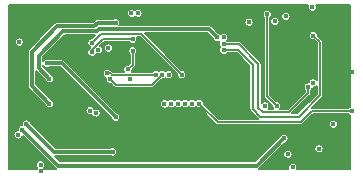
<source format=gbr>
%TF.GenerationSoftware,KiCad,Pcbnew,(5.1.6)-1*%
%TF.CreationDate,2020-10-08T19:10:47-07:00*%
%TF.ProjectId,SinESC-Multi-2.3B,53696e45-5343-42d4-9d75-6c74692d322e,2.3B*%
%TF.SameCoordinates,Original*%
%TF.FileFunction,Copper,L3,Inr*%
%TF.FilePolarity,Positive*%
%FSLAX46Y46*%
G04 Gerber Fmt 4.6, Leading zero omitted, Abs format (unit mm)*
G04 Created by KiCad (PCBNEW (5.1.6)-1) date 2020-10-08 19:10:47*
%MOMM*%
%LPD*%
G01*
G04 APERTURE LIST*
%TA.AperFunction,ViaPad*%
%ADD10C,0.400000*%
%TD*%
%TA.AperFunction,Conductor*%
%ADD11C,0.130000*%
%TD*%
%TA.AperFunction,Conductor*%
%ADD12C,0.300000*%
%TD*%
G04 APERTURE END LIST*
D10*
%TO.N,Earth*%
X26500000Y-28600000D03*
X44000000Y-23625000D03*
X41325000Y-22850000D03*
X41475000Y-17050000D03*
X42592500Y-27507500D03*
X17100000Y-18500000D03*
X33800000Y-22600000D03*
X22500000Y-18240055D03*
X44600000Y-21250000D03*
%TO.N,+3V3*%
X31100000Y-23900000D03*
X38100000Y-16950000D03*
X39600000Y-29300000D03*
X43050000Y-25650000D03*
X41325000Y-22150000D03*
X41250000Y-15750000D03*
X25800000Y-21850000D03*
X24000000Y-19200000D03*
X29100000Y-21450000D03*
%TO.N,VBUS*%
X16450000Y-18700000D03*
X25950000Y-16250000D03*
X37250000Y-24100000D03*
%TO.N,SHUNT_U*%
X35900000Y-17000000D03*
X39025000Y-16525000D03*
%TO.N,SHUNT_V*%
X38250000Y-24100000D03*
X37450000Y-16350000D03*
%TO.N,SHUNT_W*%
X26500000Y-16250000D03*
X39200000Y-28200000D03*
%TO.N,CUR_U*%
X41350000Y-18150000D03*
X33750000Y-19400000D03*
%TO.N,CUR_V*%
X33750000Y-18850000D03*
X40900000Y-22500000D03*
%TO.N,CUR_W*%
X33750000Y-18300000D03*
X41825000Y-27725000D03*
%TO.N,HSU*%
X24600000Y-17050000D03*
X19000000Y-23900000D03*
%TO.N,LSU*%
X16348094Y-26551102D03*
X23152673Y-19352673D03*
%TO.N,HSV*%
X33200000Y-18300000D03*
X19000000Y-21800000D03*
%TO.N,LSV*%
X38850000Y-26850000D03*
X16700000Y-26100008D03*
%TO.N,HSW*%
X18800000Y-20500000D03*
X24600000Y-25050000D03*
%TO.N,LSW*%
X24350000Y-28000000D03*
X17055217Y-25644815D03*
%TO.N,DRV_EN*%
X30200000Y-21450000D03*
X22601986Y-18760162D03*
%TO.N,DRV_FAULT*%
X26050000Y-18450000D03*
X22600000Y-19550000D03*
%TO.N,PWM_V_L*%
X25650000Y-21000000D03*
X26050000Y-19450000D03*
%TO.N,PWM_U_H*%
X24150000Y-21850000D03*
X28550000Y-21450000D03*
%TO.N,PWM_W_H*%
X23900000Y-21350000D03*
X27995685Y-21445685D03*
%TO.N,SPI_CSN*%
X18250000Y-29100000D03*
X28737667Y-23937667D03*
%TO.N,SPI_SCK*%
X18250000Y-29644988D03*
X29300000Y-23900000D03*
%TO.N,SPI_SDO*%
X29900000Y-23900000D03*
X22450000Y-24500000D03*
%TO.N,SPI_SDI*%
X30500000Y-23900000D03*
X22950000Y-24700000D03*
%TO.N,SINWIRE*%
X44600000Y-24525000D03*
X31694970Y-23900000D03*
%TD*%
D11*
%TO.N,SHUNT_V*%
X37450000Y-23300000D02*
X37450000Y-16350000D01*
X38250000Y-24100000D02*
X37450000Y-23300000D01*
%TO.N,CUR_U*%
X41900000Y-18700000D02*
X41350000Y-18150000D01*
X41900000Y-23200000D02*
X41900000Y-18700000D01*
X35000000Y-19400000D02*
X36200000Y-20600000D01*
X36200000Y-20600000D02*
X36200000Y-24350000D01*
X40100000Y-25000000D02*
X41900000Y-23200000D01*
X33750000Y-19400000D02*
X35000000Y-19400000D01*
X36850000Y-25000000D02*
X40100000Y-25000000D01*
X36200000Y-24350000D02*
X36850000Y-25000000D01*
%TO.N,CUR_V*%
X39300000Y-24600000D02*
X40900000Y-23000000D01*
X33750000Y-18850000D02*
X35016421Y-18850000D01*
X36700000Y-20533579D02*
X36700000Y-24250000D01*
X35016421Y-18850000D02*
X36700000Y-20533579D01*
X36700000Y-24250000D02*
X37050000Y-24600000D01*
X40900000Y-23000000D02*
X40900000Y-22500000D01*
X37050000Y-24600000D02*
X39300000Y-24600000D01*
D12*
%TO.N,HSU*%
X19669964Y-17330036D02*
X22800000Y-17330036D01*
X19000000Y-23900000D02*
X17500000Y-22400000D01*
X17500000Y-22400000D02*
X17500000Y-19500000D01*
X22800000Y-17330036D02*
X23080036Y-17050000D01*
X17500000Y-19500000D02*
X19669964Y-17330036D01*
X23080036Y-17050000D02*
X24600000Y-17050000D01*
%TO.N,HSV*%
X32504989Y-17604989D02*
X23163606Y-17604989D01*
X18100000Y-20900000D02*
X19000000Y-21800000D01*
X33200000Y-18300000D02*
X32504989Y-17604989D01*
X23008550Y-17760045D02*
X20189957Y-17760043D01*
X20189957Y-17760043D02*
X18100000Y-19850000D01*
X23163606Y-17604989D02*
X23008550Y-17760045D01*
X18100000Y-19850000D02*
X18100000Y-20900000D01*
%TO.N,LSV*%
X36550000Y-29150000D02*
X38850000Y-26850000D01*
X16700000Y-26100008D02*
X19749992Y-29150000D01*
X19749992Y-29150000D02*
X36550000Y-29150000D01*
%TO.N,HSW*%
X20050000Y-20500000D02*
X24600000Y-25050000D01*
X18800000Y-20500000D02*
X20050000Y-20500000D01*
%TO.N,LSW*%
X19410402Y-28000000D02*
X24350000Y-28000000D01*
X17055217Y-25644815D02*
X19410402Y-28000000D01*
D11*
%TO.N,DRV_EN*%
X23362148Y-18000000D02*
X22601986Y-18760162D01*
X26750000Y-18000000D02*
X23362148Y-18000000D01*
X30200000Y-21450000D02*
X26750000Y-18000000D01*
%TO.N,DRV_FAULT*%
X23496716Y-18450000D02*
X26050000Y-18450000D01*
X22600000Y-19346716D02*
X23496716Y-18450000D01*
X22600000Y-19550000D02*
X22600000Y-19346716D01*
%TO.N,PWM_V_L*%
X26050000Y-20600000D02*
X25650000Y-21000000D01*
X26050000Y-19450000D02*
X26050000Y-20600000D01*
%TO.N,PWM_U_H*%
X27700000Y-22300000D02*
X28550000Y-21450000D01*
X24150000Y-21850000D02*
X24600000Y-22300000D01*
X24600000Y-22300000D02*
X27700000Y-22300000D01*
%TO.N,PWM_W_H*%
X23900000Y-21350000D02*
X24182842Y-21350000D01*
X24282842Y-21450000D02*
X27991370Y-21450000D01*
X24182842Y-21350000D02*
X24282842Y-21450000D01*
X27991370Y-21450000D02*
X27995685Y-21445685D01*
%TO.N,SINWIRE*%
X33244970Y-25450000D02*
X31694970Y-23900000D01*
X44600000Y-24525000D02*
X41225000Y-24525000D01*
X41225000Y-24525000D02*
X40300000Y-25450000D01*
X40300000Y-25450000D02*
X33244970Y-25450000D01*
%TD*%
%TO.N,Earth*%
G36*
X40870180Y-15634783D02*
G01*
X40855000Y-15711096D01*
X40855000Y-15788904D01*
X40870180Y-15865217D01*
X40899956Y-15937103D01*
X40943184Y-16001798D01*
X40998202Y-16056816D01*
X41062897Y-16100044D01*
X41134783Y-16129820D01*
X41211096Y-16145000D01*
X41288904Y-16145000D01*
X41365217Y-16129820D01*
X41437103Y-16100044D01*
X41501798Y-16056816D01*
X41556816Y-16001798D01*
X41600044Y-15937103D01*
X41629820Y-15865217D01*
X41645000Y-15788904D01*
X41645000Y-15711096D01*
X41629820Y-15634783D01*
X41600915Y-15565000D01*
X44485000Y-15565000D01*
X44485000Y-24145137D01*
X44484783Y-24145180D01*
X44412897Y-24174956D01*
X44348202Y-24218184D01*
X44301386Y-24265000D01*
X41237765Y-24265000D01*
X41225000Y-24263743D01*
X41212235Y-24265000D01*
X41212227Y-24265000D01*
X41201654Y-24266041D01*
X42074821Y-23392875D01*
X42084737Y-23384737D01*
X42092875Y-23374821D01*
X42092879Y-23374817D01*
X42117227Y-23345148D01*
X42134532Y-23312773D01*
X42141371Y-23299979D01*
X42156238Y-23250969D01*
X42160000Y-23212773D01*
X42160000Y-23212764D01*
X42161257Y-23200001D01*
X42160000Y-23187238D01*
X42160000Y-18712762D01*
X42161257Y-18699999D01*
X42160000Y-18687236D01*
X42160000Y-18687227D01*
X42156238Y-18649031D01*
X42141371Y-18600021D01*
X42117228Y-18554853D01*
X42109142Y-18545000D01*
X42092879Y-18525183D01*
X42092875Y-18525179D01*
X42084737Y-18515263D01*
X42074821Y-18507125D01*
X41745000Y-18177305D01*
X41745000Y-18111096D01*
X41729820Y-18034783D01*
X41700044Y-17962897D01*
X41656816Y-17898202D01*
X41601798Y-17843184D01*
X41537103Y-17799956D01*
X41465217Y-17770180D01*
X41388904Y-17755000D01*
X41311096Y-17755000D01*
X41234783Y-17770180D01*
X41162897Y-17799956D01*
X41098202Y-17843184D01*
X41043184Y-17898202D01*
X40999956Y-17962897D01*
X40970180Y-18034783D01*
X40955000Y-18111096D01*
X40955000Y-18188904D01*
X40970180Y-18265217D01*
X40999956Y-18337103D01*
X41043184Y-18401798D01*
X41098202Y-18456816D01*
X41162897Y-18500044D01*
X41234783Y-18529820D01*
X41311096Y-18545000D01*
X41377305Y-18545000D01*
X41640001Y-18807697D01*
X41640000Y-21910451D01*
X41631816Y-21898202D01*
X41576798Y-21843184D01*
X41512103Y-21799956D01*
X41440217Y-21770180D01*
X41363904Y-21755000D01*
X41286096Y-21755000D01*
X41209783Y-21770180D01*
X41137897Y-21799956D01*
X41073202Y-21843184D01*
X41018184Y-21898202D01*
X40974956Y-21962897D01*
X40945180Y-22034783D01*
X40931213Y-22105000D01*
X40861096Y-22105000D01*
X40784783Y-22120180D01*
X40712897Y-22149956D01*
X40648202Y-22193184D01*
X40593184Y-22248202D01*
X40549956Y-22312897D01*
X40520180Y-22384783D01*
X40505000Y-22461096D01*
X40505000Y-22538904D01*
X40520180Y-22615217D01*
X40549956Y-22687103D01*
X40593184Y-22751798D01*
X40640000Y-22798614D01*
X40640000Y-22892305D01*
X39192306Y-24340000D01*
X38564699Y-24340000D01*
X38600044Y-24287103D01*
X38629820Y-24215217D01*
X38645000Y-24138904D01*
X38645000Y-24061096D01*
X38629820Y-23984783D01*
X38600044Y-23912897D01*
X38556816Y-23848202D01*
X38501798Y-23793184D01*
X38437103Y-23749956D01*
X38365217Y-23720180D01*
X38288904Y-23705000D01*
X38222695Y-23705000D01*
X37710000Y-23192306D01*
X37710000Y-17014040D01*
X37720180Y-17065217D01*
X37749956Y-17137103D01*
X37793184Y-17201798D01*
X37848202Y-17256816D01*
X37912897Y-17300044D01*
X37984783Y-17329820D01*
X38061096Y-17345000D01*
X38138904Y-17345000D01*
X38215217Y-17329820D01*
X38287103Y-17300044D01*
X38351798Y-17256816D01*
X38406816Y-17201798D01*
X38450044Y-17137103D01*
X38479820Y-17065217D01*
X38495000Y-16988904D01*
X38495000Y-16911096D01*
X38479820Y-16834783D01*
X38450044Y-16762897D01*
X38406816Y-16698202D01*
X38351798Y-16643184D01*
X38287103Y-16599956D01*
X38215217Y-16570180D01*
X38138904Y-16555000D01*
X38061096Y-16555000D01*
X37984783Y-16570180D01*
X37912897Y-16599956D01*
X37848202Y-16643184D01*
X37793184Y-16698202D01*
X37749956Y-16762897D01*
X37720180Y-16834783D01*
X37710000Y-16885960D01*
X37710000Y-16648614D01*
X37756816Y-16601798D01*
X37800044Y-16537103D01*
X37821171Y-16486096D01*
X38630000Y-16486096D01*
X38630000Y-16563904D01*
X38645180Y-16640217D01*
X38674956Y-16712103D01*
X38718184Y-16776798D01*
X38773202Y-16831816D01*
X38837897Y-16875044D01*
X38909783Y-16904820D01*
X38986096Y-16920000D01*
X39063904Y-16920000D01*
X39140217Y-16904820D01*
X39212103Y-16875044D01*
X39276798Y-16831816D01*
X39331816Y-16776798D01*
X39375044Y-16712103D01*
X39404820Y-16640217D01*
X39420000Y-16563904D01*
X39420000Y-16486096D01*
X39404820Y-16409783D01*
X39375044Y-16337897D01*
X39331816Y-16273202D01*
X39276798Y-16218184D01*
X39212103Y-16174956D01*
X39140217Y-16145180D01*
X39063904Y-16130000D01*
X38986096Y-16130000D01*
X38909783Y-16145180D01*
X38837897Y-16174956D01*
X38773202Y-16218184D01*
X38718184Y-16273202D01*
X38674956Y-16337897D01*
X38645180Y-16409783D01*
X38630000Y-16486096D01*
X37821171Y-16486096D01*
X37829820Y-16465217D01*
X37845000Y-16388904D01*
X37845000Y-16311096D01*
X37829820Y-16234783D01*
X37800044Y-16162897D01*
X37756816Y-16098202D01*
X37701798Y-16043184D01*
X37637103Y-15999956D01*
X37565217Y-15970180D01*
X37488904Y-15955000D01*
X37411096Y-15955000D01*
X37334783Y-15970180D01*
X37262897Y-15999956D01*
X37198202Y-16043184D01*
X37143184Y-16098202D01*
X37099956Y-16162897D01*
X37070180Y-16234783D01*
X37055000Y-16311096D01*
X37055000Y-16388904D01*
X37070180Y-16465217D01*
X37099956Y-16537103D01*
X37143184Y-16601798D01*
X37190001Y-16648615D01*
X37190000Y-23287238D01*
X37188743Y-23300000D01*
X37190000Y-23312762D01*
X37190000Y-23312772D01*
X37193762Y-23350968D01*
X37208629Y-23399978D01*
X37232772Y-23445147D01*
X37265263Y-23484737D01*
X37275190Y-23492884D01*
X37855000Y-24072695D01*
X37855000Y-24138904D01*
X37870180Y-24215217D01*
X37899956Y-24287103D01*
X37935301Y-24340000D01*
X37564699Y-24340000D01*
X37600044Y-24287103D01*
X37629820Y-24215217D01*
X37645000Y-24138904D01*
X37645000Y-24061096D01*
X37629820Y-23984783D01*
X37600044Y-23912897D01*
X37556816Y-23848202D01*
X37501798Y-23793184D01*
X37437103Y-23749956D01*
X37365217Y-23720180D01*
X37288904Y-23705000D01*
X37211096Y-23705000D01*
X37134783Y-23720180D01*
X37062897Y-23749956D01*
X36998202Y-23793184D01*
X36960000Y-23831386D01*
X36960000Y-20546341D01*
X36961257Y-20533578D01*
X36960000Y-20520815D01*
X36960000Y-20520806D01*
X36956238Y-20482610D01*
X36941371Y-20433600D01*
X36917228Y-20388432D01*
X36899915Y-20367336D01*
X36892879Y-20358762D01*
X36892875Y-20358758D01*
X36884737Y-20348842D01*
X36874821Y-20340704D01*
X35209305Y-18675190D01*
X35201158Y-18665263D01*
X35161568Y-18632772D01*
X35116400Y-18608629D01*
X35067390Y-18593762D01*
X35029194Y-18590000D01*
X35029183Y-18590000D01*
X35016421Y-18588743D01*
X35003659Y-18590000D01*
X34048614Y-18590000D01*
X34033614Y-18575000D01*
X34056816Y-18551798D01*
X34100044Y-18487103D01*
X34129820Y-18415217D01*
X34145000Y-18338904D01*
X34145000Y-18261096D01*
X34129820Y-18184783D01*
X34100044Y-18112897D01*
X34056816Y-18048202D01*
X34001798Y-17993184D01*
X33937103Y-17949956D01*
X33865217Y-17920180D01*
X33788904Y-17905000D01*
X33711096Y-17905000D01*
X33634783Y-17920180D01*
X33562897Y-17949956D01*
X33498202Y-17993184D01*
X33475000Y-18016386D01*
X33451798Y-17993184D01*
X33387103Y-17949956D01*
X33315217Y-17920180D01*
X33306313Y-17918409D01*
X32760927Y-17373024D01*
X32750121Y-17359857D01*
X32697588Y-17316744D01*
X32637653Y-17284709D01*
X32572621Y-17264981D01*
X32521935Y-17259989D01*
X32521927Y-17259989D01*
X32504989Y-17258321D01*
X32488051Y-17259989D01*
X24934752Y-17259989D01*
X24950044Y-17237103D01*
X24979820Y-17165217D01*
X24995000Y-17088904D01*
X24995000Y-17011096D01*
X24985055Y-16961096D01*
X35505000Y-16961096D01*
X35505000Y-17038904D01*
X35520180Y-17115217D01*
X35549956Y-17187103D01*
X35593184Y-17251798D01*
X35648202Y-17306816D01*
X35712897Y-17350044D01*
X35784783Y-17379820D01*
X35861096Y-17395000D01*
X35938904Y-17395000D01*
X36015217Y-17379820D01*
X36087103Y-17350044D01*
X36151798Y-17306816D01*
X36206816Y-17251798D01*
X36250044Y-17187103D01*
X36279820Y-17115217D01*
X36295000Y-17038904D01*
X36295000Y-16961096D01*
X36279820Y-16884783D01*
X36250044Y-16812897D01*
X36206816Y-16748202D01*
X36151798Y-16693184D01*
X36087103Y-16649956D01*
X36015217Y-16620180D01*
X35938904Y-16605000D01*
X35861096Y-16605000D01*
X35784783Y-16620180D01*
X35712897Y-16649956D01*
X35648202Y-16693184D01*
X35593184Y-16748202D01*
X35549956Y-16812897D01*
X35520180Y-16884783D01*
X35505000Y-16961096D01*
X24985055Y-16961096D01*
X24979820Y-16934783D01*
X24950044Y-16862897D01*
X24906816Y-16798202D01*
X24851798Y-16743184D01*
X24787103Y-16699956D01*
X24715217Y-16670180D01*
X24638904Y-16655000D01*
X24561096Y-16655000D01*
X24484783Y-16670180D01*
X24412897Y-16699956D01*
X24405348Y-16705000D01*
X23096982Y-16705000D01*
X23080036Y-16703331D01*
X23063090Y-16705000D01*
X23012404Y-16709992D01*
X22947372Y-16729720D01*
X22887437Y-16761755D01*
X22834904Y-16804868D01*
X22824103Y-16818030D01*
X22657097Y-16985036D01*
X19686910Y-16985036D01*
X19669964Y-16983367D01*
X19602332Y-16990028D01*
X19537299Y-17009756D01*
X19482766Y-17038904D01*
X19477365Y-17041791D01*
X19424832Y-17084904D01*
X19414026Y-17098071D01*
X17268030Y-19244067D01*
X17254869Y-19254868D01*
X17244068Y-19268029D01*
X17244066Y-19268031D01*
X17211755Y-19307402D01*
X17179721Y-19367336D01*
X17159992Y-19432369D01*
X17153332Y-19500000D01*
X17155001Y-19516948D01*
X17155000Y-22383062D01*
X17153332Y-22400000D01*
X17155000Y-22416938D01*
X17155000Y-22416945D01*
X17159992Y-22467631D01*
X17179720Y-22532663D01*
X17211755Y-22592598D01*
X17254868Y-22645131D01*
X17268030Y-22655933D01*
X18618409Y-24006313D01*
X18620180Y-24015217D01*
X18649956Y-24087103D01*
X18693184Y-24151798D01*
X18748202Y-24206816D01*
X18812897Y-24250044D01*
X18884783Y-24279820D01*
X18961096Y-24295000D01*
X19038904Y-24295000D01*
X19115217Y-24279820D01*
X19187103Y-24250044D01*
X19251798Y-24206816D01*
X19306816Y-24151798D01*
X19350044Y-24087103D01*
X19379820Y-24015217D01*
X19395000Y-23938904D01*
X19395000Y-23861096D01*
X19379820Y-23784783D01*
X19350044Y-23712897D01*
X19306816Y-23648202D01*
X19251798Y-23593184D01*
X19187103Y-23549956D01*
X19115217Y-23520180D01*
X19106313Y-23518409D01*
X17845000Y-22257097D01*
X17845000Y-21133107D01*
X17854869Y-21145132D01*
X17868030Y-21155933D01*
X18618409Y-21906313D01*
X18620180Y-21915217D01*
X18649956Y-21987103D01*
X18693184Y-22051798D01*
X18748202Y-22106816D01*
X18812897Y-22150044D01*
X18884783Y-22179820D01*
X18961096Y-22195000D01*
X19038904Y-22195000D01*
X19115217Y-22179820D01*
X19187103Y-22150044D01*
X19251798Y-22106816D01*
X19306816Y-22051798D01*
X19350044Y-21987103D01*
X19379820Y-21915217D01*
X19395000Y-21838904D01*
X19395000Y-21761096D01*
X19379820Y-21684783D01*
X19350044Y-21612897D01*
X19306816Y-21548202D01*
X19251798Y-21493184D01*
X19187103Y-21449956D01*
X19115217Y-21420180D01*
X19106313Y-21418409D01*
X18445000Y-20757097D01*
X18445000Y-20675138D01*
X18449956Y-20687103D01*
X18493184Y-20751798D01*
X18548202Y-20806816D01*
X18612897Y-20850044D01*
X18684783Y-20879820D01*
X18761096Y-20895000D01*
X18838904Y-20895000D01*
X18915217Y-20879820D01*
X18987103Y-20850044D01*
X18994652Y-20845000D01*
X19907097Y-20845000D01*
X24218409Y-25156313D01*
X24220180Y-25165217D01*
X24249956Y-25237103D01*
X24293184Y-25301798D01*
X24348202Y-25356816D01*
X24412897Y-25400044D01*
X24484783Y-25429820D01*
X24561096Y-25445000D01*
X24638904Y-25445000D01*
X24715217Y-25429820D01*
X24787103Y-25400044D01*
X24851798Y-25356816D01*
X24906816Y-25301798D01*
X24950044Y-25237103D01*
X24979820Y-25165217D01*
X24995000Y-25088904D01*
X24995000Y-25011096D01*
X24979820Y-24934783D01*
X24950044Y-24862897D01*
X24906816Y-24798202D01*
X24851798Y-24743184D01*
X24787103Y-24699956D01*
X24715217Y-24670180D01*
X24706313Y-24668409D01*
X21349000Y-21311096D01*
X23505000Y-21311096D01*
X23505000Y-21388904D01*
X23520180Y-21465217D01*
X23549956Y-21537103D01*
X23593184Y-21601798D01*
X23648202Y-21656816D01*
X23712897Y-21700044D01*
X23774073Y-21725384D01*
X23770180Y-21734783D01*
X23755000Y-21811096D01*
X23755000Y-21888904D01*
X23770180Y-21965217D01*
X23799956Y-22037103D01*
X23843184Y-22101798D01*
X23898202Y-22156816D01*
X23962897Y-22200044D01*
X24034783Y-22229820D01*
X24111096Y-22245000D01*
X24177306Y-22245000D01*
X24407121Y-22474816D01*
X24415263Y-22484737D01*
X24425184Y-22492879D01*
X24454852Y-22517228D01*
X24478411Y-22529820D01*
X24500021Y-22541371D01*
X24549031Y-22556238D01*
X24587227Y-22560000D01*
X24587236Y-22560000D01*
X24599999Y-22561257D01*
X24612762Y-22560000D01*
X27687238Y-22560000D01*
X27700000Y-22561257D01*
X27712762Y-22560000D01*
X27712773Y-22560000D01*
X27750969Y-22556238D01*
X27799979Y-22541371D01*
X27845147Y-22517228D01*
X27884737Y-22484737D01*
X27892884Y-22474810D01*
X28522695Y-21845000D01*
X28588904Y-21845000D01*
X28665217Y-21829820D01*
X28737103Y-21800044D01*
X28801798Y-21756816D01*
X28825000Y-21733614D01*
X28848202Y-21756816D01*
X28912897Y-21800044D01*
X28984783Y-21829820D01*
X29061096Y-21845000D01*
X29138904Y-21845000D01*
X29215217Y-21829820D01*
X29287103Y-21800044D01*
X29351798Y-21756816D01*
X29406816Y-21701798D01*
X29450044Y-21637103D01*
X29479820Y-21565217D01*
X29495000Y-21488904D01*
X29495000Y-21411096D01*
X29479820Y-21334783D01*
X29450044Y-21262897D01*
X29406816Y-21198202D01*
X29351798Y-21143184D01*
X29287103Y-21099956D01*
X29215217Y-21070180D01*
X29138904Y-21055000D01*
X29061096Y-21055000D01*
X28984783Y-21070180D01*
X28912897Y-21099956D01*
X28848202Y-21143184D01*
X28825000Y-21166386D01*
X28801798Y-21143184D01*
X28737103Y-21099956D01*
X28665217Y-21070180D01*
X28588904Y-21055000D01*
X28511096Y-21055000D01*
X28434783Y-21070180D01*
X28362897Y-21099956D01*
X28298202Y-21143184D01*
X28275000Y-21166386D01*
X28247483Y-21138869D01*
X28182788Y-21095641D01*
X28110902Y-21065865D01*
X28034589Y-21050685D01*
X27956781Y-21050685D01*
X27880468Y-21065865D01*
X27808582Y-21095641D01*
X27743887Y-21138869D01*
X27692756Y-21190000D01*
X25998108Y-21190000D01*
X26000044Y-21187103D01*
X26029820Y-21115217D01*
X26045000Y-21038904D01*
X26045000Y-20972695D01*
X26224821Y-20792875D01*
X26234737Y-20784737D01*
X26242875Y-20774821D01*
X26242879Y-20774817D01*
X26267227Y-20745148D01*
X26267228Y-20745147D01*
X26291371Y-20699979D01*
X26306238Y-20650969D01*
X26310000Y-20612773D01*
X26310000Y-20612764D01*
X26311257Y-20600001D01*
X26310000Y-20587238D01*
X26310000Y-19748614D01*
X26356816Y-19701798D01*
X26400044Y-19637103D01*
X26429820Y-19565217D01*
X26445000Y-19488904D01*
X26445000Y-19411096D01*
X26429820Y-19334783D01*
X26400044Y-19262897D01*
X26356816Y-19198202D01*
X26301798Y-19143184D01*
X26237103Y-19099956D01*
X26165217Y-19070180D01*
X26088904Y-19055000D01*
X26011096Y-19055000D01*
X25934783Y-19070180D01*
X25862897Y-19099956D01*
X25798202Y-19143184D01*
X25743184Y-19198202D01*
X25699956Y-19262897D01*
X25670180Y-19334783D01*
X25655000Y-19411096D01*
X25655000Y-19488904D01*
X25670180Y-19565217D01*
X25699956Y-19637103D01*
X25743184Y-19701798D01*
X25790000Y-19748614D01*
X25790001Y-20492304D01*
X25677305Y-20605000D01*
X25611096Y-20605000D01*
X25534783Y-20620180D01*
X25462897Y-20649956D01*
X25398202Y-20693184D01*
X25343184Y-20748202D01*
X25299956Y-20812897D01*
X25270180Y-20884783D01*
X25255000Y-20961096D01*
X25255000Y-21038904D01*
X25270180Y-21115217D01*
X25299956Y-21187103D01*
X25301892Y-21190000D01*
X24390536Y-21190000D01*
X24375725Y-21175189D01*
X24367579Y-21165263D01*
X24327989Y-21132772D01*
X24282821Y-21108629D01*
X24233811Y-21093762D01*
X24198942Y-21090328D01*
X24151798Y-21043184D01*
X24087103Y-20999956D01*
X24015217Y-20970180D01*
X23938904Y-20955000D01*
X23861096Y-20955000D01*
X23784783Y-20970180D01*
X23712897Y-20999956D01*
X23648202Y-21043184D01*
X23593184Y-21098202D01*
X23549956Y-21162897D01*
X23520180Y-21234783D01*
X23505000Y-21311096D01*
X21349000Y-21311096D01*
X20305938Y-20268035D01*
X20295132Y-20254868D01*
X20242599Y-20211755D01*
X20182664Y-20179720D01*
X20117632Y-20159992D01*
X20066946Y-20155000D01*
X20066938Y-20155000D01*
X20050000Y-20153332D01*
X20033062Y-20155000D01*
X18994652Y-20155000D01*
X18987103Y-20149956D01*
X18915217Y-20120180D01*
X18838904Y-20105000D01*
X18761096Y-20105000D01*
X18684783Y-20120180D01*
X18612897Y-20149956D01*
X18548202Y-20193184D01*
X18493184Y-20248202D01*
X18449956Y-20312897D01*
X18445000Y-20324862D01*
X18445000Y-19992903D01*
X20332861Y-18105042D01*
X22889408Y-18105045D01*
X22629291Y-18365162D01*
X22563082Y-18365162D01*
X22486769Y-18380342D01*
X22414883Y-18410118D01*
X22350188Y-18453346D01*
X22295170Y-18508364D01*
X22251942Y-18573059D01*
X22222166Y-18644945D01*
X22206986Y-18721258D01*
X22206986Y-18799066D01*
X22222166Y-18875379D01*
X22251942Y-18947265D01*
X22295170Y-19011960D01*
X22350188Y-19066978D01*
X22414883Y-19110206D01*
X22453019Y-19126003D01*
X22425185Y-19153837D01*
X22415264Y-19161979D01*
X22407122Y-19171900D01*
X22407121Y-19171901D01*
X22382772Y-19201569D01*
X22367377Y-19230371D01*
X22348202Y-19243184D01*
X22293184Y-19298202D01*
X22249956Y-19362897D01*
X22220180Y-19434783D01*
X22205000Y-19511096D01*
X22205000Y-19588904D01*
X22220180Y-19665217D01*
X22249956Y-19737103D01*
X22293184Y-19801798D01*
X22348202Y-19856816D01*
X22412897Y-19900044D01*
X22484783Y-19929820D01*
X22561096Y-19945000D01*
X22638904Y-19945000D01*
X22715217Y-19929820D01*
X22787103Y-19900044D01*
X22851798Y-19856816D01*
X22906816Y-19801798D01*
X22950044Y-19737103D01*
X22964565Y-19702046D01*
X22965570Y-19702717D01*
X23037456Y-19732493D01*
X23113769Y-19747673D01*
X23191577Y-19747673D01*
X23267890Y-19732493D01*
X23339776Y-19702717D01*
X23404471Y-19659489D01*
X23459489Y-19604471D01*
X23502717Y-19539776D01*
X23532493Y-19467890D01*
X23547673Y-19391577D01*
X23547673Y-19313769D01*
X23532493Y-19237456D01*
X23502717Y-19165570D01*
X23499728Y-19161096D01*
X23605000Y-19161096D01*
X23605000Y-19238904D01*
X23620180Y-19315217D01*
X23649956Y-19387103D01*
X23693184Y-19451798D01*
X23748202Y-19506816D01*
X23812897Y-19550044D01*
X23884783Y-19579820D01*
X23961096Y-19595000D01*
X24038904Y-19595000D01*
X24115217Y-19579820D01*
X24187103Y-19550044D01*
X24251798Y-19506816D01*
X24306816Y-19451798D01*
X24350044Y-19387103D01*
X24379820Y-19315217D01*
X24395000Y-19238904D01*
X24395000Y-19161096D01*
X24379820Y-19084783D01*
X24350044Y-19012897D01*
X24306816Y-18948202D01*
X24251798Y-18893184D01*
X24187103Y-18849956D01*
X24115217Y-18820180D01*
X24038904Y-18805000D01*
X23961096Y-18805000D01*
X23884783Y-18820180D01*
X23812897Y-18849956D01*
X23748202Y-18893184D01*
X23693184Y-18948202D01*
X23649956Y-19012897D01*
X23620180Y-19084783D01*
X23605000Y-19161096D01*
X23499728Y-19161096D01*
X23459489Y-19100875D01*
X23404471Y-19045857D01*
X23339776Y-19002629D01*
X23319981Y-18994430D01*
X23604411Y-18710000D01*
X25751386Y-18710000D01*
X25798202Y-18756816D01*
X25862897Y-18800044D01*
X25934783Y-18829820D01*
X26011096Y-18845000D01*
X26088904Y-18845000D01*
X26165217Y-18829820D01*
X26237103Y-18800044D01*
X26301798Y-18756816D01*
X26356816Y-18701798D01*
X26400044Y-18637103D01*
X26429820Y-18565217D01*
X26445000Y-18488904D01*
X26445000Y-18411096D01*
X26429820Y-18334783D01*
X26400044Y-18262897D01*
X26398108Y-18260000D01*
X26642306Y-18260000D01*
X29805000Y-21422695D01*
X29805000Y-21488904D01*
X29820180Y-21565217D01*
X29849956Y-21637103D01*
X29893184Y-21701798D01*
X29948202Y-21756816D01*
X30012897Y-21800044D01*
X30084783Y-21829820D01*
X30161096Y-21845000D01*
X30238904Y-21845000D01*
X30315217Y-21829820D01*
X30387103Y-21800044D01*
X30451798Y-21756816D01*
X30506816Y-21701798D01*
X30550044Y-21637103D01*
X30579820Y-21565217D01*
X30595000Y-21488904D01*
X30595000Y-21411096D01*
X30579820Y-21334783D01*
X30550044Y-21262897D01*
X30506816Y-21198202D01*
X30451798Y-21143184D01*
X30387103Y-21099956D01*
X30315217Y-21070180D01*
X30238904Y-21055000D01*
X30172695Y-21055000D01*
X27067683Y-17949989D01*
X32362086Y-17949989D01*
X32818409Y-18406313D01*
X32820180Y-18415217D01*
X32849956Y-18487103D01*
X32893184Y-18551798D01*
X32948202Y-18606816D01*
X33012897Y-18650044D01*
X33084783Y-18679820D01*
X33161096Y-18695000D01*
X33238904Y-18695000D01*
X33315217Y-18679820D01*
X33387103Y-18650044D01*
X33425838Y-18624162D01*
X33399956Y-18662897D01*
X33370180Y-18734783D01*
X33355000Y-18811096D01*
X33355000Y-18888904D01*
X33370180Y-18965217D01*
X33399956Y-19037103D01*
X33443184Y-19101798D01*
X33466386Y-19125000D01*
X33443184Y-19148202D01*
X33399956Y-19212897D01*
X33370180Y-19284783D01*
X33355000Y-19361096D01*
X33355000Y-19438904D01*
X33370180Y-19515217D01*
X33399956Y-19587103D01*
X33443184Y-19651798D01*
X33498202Y-19706816D01*
X33562897Y-19750044D01*
X33634783Y-19779820D01*
X33711096Y-19795000D01*
X33788904Y-19795000D01*
X33865217Y-19779820D01*
X33937103Y-19750044D01*
X34001798Y-19706816D01*
X34048614Y-19660000D01*
X34892306Y-19660000D01*
X35940000Y-20707696D01*
X35940001Y-24337228D01*
X35938743Y-24350000D01*
X35943763Y-24400968D01*
X35958630Y-24449979D01*
X35982772Y-24495147D01*
X35991875Y-24506238D01*
X36015264Y-24534737D01*
X36025185Y-24542879D01*
X36657121Y-25174816D01*
X36665263Y-25184737D01*
X36671676Y-25190000D01*
X33352665Y-25190000D01*
X32089970Y-23927306D01*
X32089970Y-23861096D01*
X32074790Y-23784783D01*
X32045014Y-23712897D01*
X32001786Y-23648202D01*
X31946768Y-23593184D01*
X31882073Y-23549956D01*
X31810187Y-23520180D01*
X31733874Y-23505000D01*
X31656066Y-23505000D01*
X31579753Y-23520180D01*
X31507867Y-23549956D01*
X31443172Y-23593184D01*
X31397485Y-23638871D01*
X31351798Y-23593184D01*
X31287103Y-23549956D01*
X31215217Y-23520180D01*
X31138904Y-23505000D01*
X31061096Y-23505000D01*
X30984783Y-23520180D01*
X30912897Y-23549956D01*
X30848202Y-23593184D01*
X30800000Y-23641386D01*
X30751798Y-23593184D01*
X30687103Y-23549956D01*
X30615217Y-23520180D01*
X30538904Y-23505000D01*
X30461096Y-23505000D01*
X30384783Y-23520180D01*
X30312897Y-23549956D01*
X30248202Y-23593184D01*
X30200000Y-23641386D01*
X30151798Y-23593184D01*
X30087103Y-23549956D01*
X30015217Y-23520180D01*
X29938904Y-23505000D01*
X29861096Y-23505000D01*
X29784783Y-23520180D01*
X29712897Y-23549956D01*
X29648202Y-23593184D01*
X29600000Y-23641386D01*
X29551798Y-23593184D01*
X29487103Y-23549956D01*
X29415217Y-23520180D01*
X29338904Y-23505000D01*
X29261096Y-23505000D01*
X29184783Y-23520180D01*
X29112897Y-23549956D01*
X29048202Y-23593184D01*
X29000000Y-23641386D01*
X28989465Y-23630851D01*
X28924770Y-23587623D01*
X28852884Y-23557847D01*
X28776571Y-23542667D01*
X28698763Y-23542667D01*
X28622450Y-23557847D01*
X28550564Y-23587623D01*
X28485869Y-23630851D01*
X28430851Y-23685869D01*
X28387623Y-23750564D01*
X28357847Y-23822450D01*
X28342667Y-23898763D01*
X28342667Y-23976571D01*
X28357847Y-24052884D01*
X28387623Y-24124770D01*
X28430851Y-24189465D01*
X28485869Y-24244483D01*
X28550564Y-24287711D01*
X28622450Y-24317487D01*
X28698763Y-24332667D01*
X28776571Y-24332667D01*
X28852884Y-24317487D01*
X28924770Y-24287711D01*
X28989465Y-24244483D01*
X29037667Y-24196281D01*
X29048202Y-24206816D01*
X29112897Y-24250044D01*
X29184783Y-24279820D01*
X29261096Y-24295000D01*
X29338904Y-24295000D01*
X29415217Y-24279820D01*
X29487103Y-24250044D01*
X29551798Y-24206816D01*
X29600000Y-24158614D01*
X29648202Y-24206816D01*
X29712897Y-24250044D01*
X29784783Y-24279820D01*
X29861096Y-24295000D01*
X29938904Y-24295000D01*
X30015217Y-24279820D01*
X30087103Y-24250044D01*
X30151798Y-24206816D01*
X30200000Y-24158614D01*
X30248202Y-24206816D01*
X30312897Y-24250044D01*
X30384783Y-24279820D01*
X30461096Y-24295000D01*
X30538904Y-24295000D01*
X30615217Y-24279820D01*
X30687103Y-24250044D01*
X30751798Y-24206816D01*
X30800000Y-24158614D01*
X30848202Y-24206816D01*
X30912897Y-24250044D01*
X30984783Y-24279820D01*
X31061096Y-24295000D01*
X31138904Y-24295000D01*
X31215217Y-24279820D01*
X31287103Y-24250044D01*
X31351798Y-24206816D01*
X31397485Y-24161129D01*
X31443172Y-24206816D01*
X31507867Y-24250044D01*
X31579753Y-24279820D01*
X31656066Y-24295000D01*
X31722276Y-24295000D01*
X33052091Y-25624816D01*
X33060233Y-25634737D01*
X33070154Y-25642879D01*
X33099822Y-25667228D01*
X33123965Y-25680132D01*
X33144991Y-25691371D01*
X33194001Y-25706238D01*
X33232197Y-25710000D01*
X33232207Y-25710000D01*
X33244969Y-25711257D01*
X33257732Y-25710000D01*
X40287238Y-25710000D01*
X40300000Y-25711257D01*
X40312762Y-25710000D01*
X40312773Y-25710000D01*
X40350969Y-25706238D01*
X40399979Y-25691371D01*
X40445147Y-25667228D01*
X40484737Y-25634737D01*
X40492884Y-25624810D01*
X40506598Y-25611096D01*
X42655000Y-25611096D01*
X42655000Y-25688904D01*
X42670180Y-25765217D01*
X42699956Y-25837103D01*
X42743184Y-25901798D01*
X42798202Y-25956816D01*
X42862897Y-26000044D01*
X42934783Y-26029820D01*
X43011096Y-26045000D01*
X43088904Y-26045000D01*
X43165217Y-26029820D01*
X43237103Y-26000044D01*
X43301798Y-25956816D01*
X43356816Y-25901798D01*
X43400044Y-25837103D01*
X43429820Y-25765217D01*
X43445000Y-25688904D01*
X43445000Y-25611096D01*
X43429820Y-25534783D01*
X43400044Y-25462897D01*
X43356816Y-25398202D01*
X43301798Y-25343184D01*
X43237103Y-25299956D01*
X43165217Y-25270180D01*
X43088904Y-25255000D01*
X43011096Y-25255000D01*
X42934783Y-25270180D01*
X42862897Y-25299956D01*
X42798202Y-25343184D01*
X42743184Y-25398202D01*
X42699956Y-25462897D01*
X42670180Y-25534783D01*
X42655000Y-25611096D01*
X40506598Y-25611096D01*
X41332695Y-24785000D01*
X44301386Y-24785000D01*
X44348202Y-24831816D01*
X44412897Y-24875044D01*
X44484783Y-24904820D01*
X44485000Y-24904863D01*
X44485000Y-29435000D01*
X39971626Y-29435000D01*
X39979820Y-29415217D01*
X39995000Y-29338904D01*
X39995000Y-29261096D01*
X39979820Y-29184783D01*
X39950044Y-29112897D01*
X39906816Y-29048202D01*
X39851798Y-28993184D01*
X39787103Y-28949956D01*
X39715217Y-28920180D01*
X39638904Y-28905000D01*
X39561096Y-28905000D01*
X39484783Y-28920180D01*
X39412897Y-28949956D01*
X39348202Y-28993184D01*
X39293184Y-29048202D01*
X39249956Y-29112897D01*
X39220180Y-29184783D01*
X39205000Y-29261096D01*
X39205000Y-29338904D01*
X39220180Y-29415217D01*
X39228374Y-29435000D01*
X36746553Y-29435000D01*
X36795132Y-29395132D01*
X36805938Y-29381965D01*
X38026807Y-28161096D01*
X38805000Y-28161096D01*
X38805000Y-28238904D01*
X38820180Y-28315217D01*
X38849956Y-28387103D01*
X38893184Y-28451798D01*
X38948202Y-28506816D01*
X39012897Y-28550044D01*
X39084783Y-28579820D01*
X39161096Y-28595000D01*
X39238904Y-28595000D01*
X39315217Y-28579820D01*
X39387103Y-28550044D01*
X39451798Y-28506816D01*
X39506816Y-28451798D01*
X39550044Y-28387103D01*
X39579820Y-28315217D01*
X39595000Y-28238904D01*
X39595000Y-28161096D01*
X39579820Y-28084783D01*
X39550044Y-28012897D01*
X39506816Y-27948202D01*
X39451798Y-27893184D01*
X39387103Y-27849956D01*
X39315217Y-27820180D01*
X39238904Y-27805000D01*
X39161096Y-27805000D01*
X39084783Y-27820180D01*
X39012897Y-27849956D01*
X38948202Y-27893184D01*
X38893184Y-27948202D01*
X38849956Y-28012897D01*
X38820180Y-28084783D01*
X38805000Y-28161096D01*
X38026807Y-28161096D01*
X38501807Y-27686096D01*
X41430000Y-27686096D01*
X41430000Y-27763904D01*
X41445180Y-27840217D01*
X41474956Y-27912103D01*
X41518184Y-27976798D01*
X41573202Y-28031816D01*
X41637897Y-28075044D01*
X41709783Y-28104820D01*
X41786096Y-28120000D01*
X41863904Y-28120000D01*
X41940217Y-28104820D01*
X42012103Y-28075044D01*
X42076798Y-28031816D01*
X42131816Y-27976798D01*
X42175044Y-27912103D01*
X42204820Y-27840217D01*
X42220000Y-27763904D01*
X42220000Y-27686096D01*
X42204820Y-27609783D01*
X42175044Y-27537897D01*
X42131816Y-27473202D01*
X42076798Y-27418184D01*
X42012103Y-27374956D01*
X41940217Y-27345180D01*
X41863904Y-27330000D01*
X41786096Y-27330000D01*
X41709783Y-27345180D01*
X41637897Y-27374956D01*
X41573202Y-27418184D01*
X41518184Y-27473202D01*
X41474956Y-27537897D01*
X41445180Y-27609783D01*
X41430000Y-27686096D01*
X38501807Y-27686096D01*
X38956313Y-27231591D01*
X38965217Y-27229820D01*
X39037103Y-27200044D01*
X39101798Y-27156816D01*
X39156816Y-27101798D01*
X39200044Y-27037103D01*
X39229820Y-26965217D01*
X39245000Y-26888904D01*
X39245000Y-26811096D01*
X39229820Y-26734783D01*
X39200044Y-26662897D01*
X39156816Y-26598202D01*
X39101798Y-26543184D01*
X39037103Y-26499956D01*
X38965217Y-26470180D01*
X38888904Y-26455000D01*
X38811096Y-26455000D01*
X38734783Y-26470180D01*
X38662897Y-26499956D01*
X38598202Y-26543184D01*
X38543184Y-26598202D01*
X38499956Y-26662897D01*
X38470180Y-26734783D01*
X38468409Y-26743687D01*
X36407097Y-28805000D01*
X19892896Y-28805000D01*
X19432896Y-28345000D01*
X24155348Y-28345000D01*
X24162897Y-28350044D01*
X24234783Y-28379820D01*
X24311096Y-28395000D01*
X24388904Y-28395000D01*
X24465217Y-28379820D01*
X24537103Y-28350044D01*
X24601798Y-28306816D01*
X24656816Y-28251798D01*
X24700044Y-28187103D01*
X24729820Y-28115217D01*
X24745000Y-28038904D01*
X24745000Y-27961096D01*
X24729820Y-27884783D01*
X24700044Y-27812897D01*
X24656816Y-27748202D01*
X24601798Y-27693184D01*
X24537103Y-27649956D01*
X24465217Y-27620180D01*
X24388904Y-27605000D01*
X24311096Y-27605000D01*
X24234783Y-27620180D01*
X24162897Y-27649956D01*
X24155348Y-27655000D01*
X19553305Y-27655000D01*
X17436808Y-25538503D01*
X17435037Y-25529598D01*
X17405261Y-25457712D01*
X17362033Y-25393017D01*
X17307015Y-25337999D01*
X17242320Y-25294771D01*
X17170434Y-25264995D01*
X17094121Y-25249815D01*
X17016313Y-25249815D01*
X16940000Y-25264995D01*
X16868114Y-25294771D01*
X16803419Y-25337999D01*
X16748401Y-25393017D01*
X16705173Y-25457712D01*
X16675397Y-25529598D01*
X16660217Y-25605911D01*
X16660217Y-25683719D01*
X16664452Y-25705008D01*
X16661096Y-25705008D01*
X16584783Y-25720188D01*
X16512897Y-25749964D01*
X16448202Y-25793192D01*
X16393184Y-25848210D01*
X16349956Y-25912905D01*
X16320180Y-25984791D01*
X16305000Y-26061104D01*
X16305000Y-26138912D01*
X16308449Y-26156249D01*
X16232877Y-26171282D01*
X16160991Y-26201058D01*
X16096296Y-26244286D01*
X16041278Y-26299304D01*
X15998050Y-26363999D01*
X15968274Y-26435885D01*
X15953094Y-26512198D01*
X15953094Y-26590006D01*
X15968274Y-26666319D01*
X15998050Y-26738205D01*
X16041278Y-26802900D01*
X16096296Y-26857918D01*
X16160991Y-26901146D01*
X16232877Y-26930922D01*
X16309190Y-26946102D01*
X16386998Y-26946102D01*
X16463311Y-26930922D01*
X16535197Y-26901146D01*
X16599892Y-26857918D01*
X16654910Y-26802900D01*
X16698138Y-26738205D01*
X16727914Y-26666319D01*
X16736292Y-26624203D01*
X19494059Y-29381971D01*
X19504860Y-29395132D01*
X19553439Y-29435000D01*
X18584753Y-29435000D01*
X18556816Y-29393190D01*
X18536120Y-29372494D01*
X18556816Y-29351798D01*
X18600044Y-29287103D01*
X18629820Y-29215217D01*
X18645000Y-29138904D01*
X18645000Y-29061096D01*
X18629820Y-28984783D01*
X18600044Y-28912897D01*
X18556816Y-28848202D01*
X18501798Y-28793184D01*
X18437103Y-28749956D01*
X18365217Y-28720180D01*
X18288904Y-28705000D01*
X18211096Y-28705000D01*
X18134783Y-28720180D01*
X18062897Y-28749956D01*
X17998202Y-28793184D01*
X17943184Y-28848202D01*
X17899956Y-28912897D01*
X17870180Y-28984783D01*
X17855000Y-29061096D01*
X17855000Y-29138904D01*
X17870180Y-29215217D01*
X17899956Y-29287103D01*
X17943184Y-29351798D01*
X17963880Y-29372494D01*
X17943184Y-29393190D01*
X17915247Y-29435000D01*
X15615000Y-29435000D01*
X15615000Y-24461096D01*
X22055000Y-24461096D01*
X22055000Y-24538904D01*
X22070180Y-24615217D01*
X22099956Y-24687103D01*
X22143184Y-24751798D01*
X22198202Y-24806816D01*
X22262897Y-24850044D01*
X22334783Y-24879820D01*
X22411096Y-24895000D01*
X22488904Y-24895000D01*
X22565217Y-24879820D01*
X22592294Y-24868605D01*
X22599956Y-24887103D01*
X22643184Y-24951798D01*
X22698202Y-25006816D01*
X22762897Y-25050044D01*
X22834783Y-25079820D01*
X22911096Y-25095000D01*
X22988904Y-25095000D01*
X23065217Y-25079820D01*
X23137103Y-25050044D01*
X23201798Y-25006816D01*
X23256816Y-24951798D01*
X23300044Y-24887103D01*
X23329820Y-24815217D01*
X23345000Y-24738904D01*
X23345000Y-24661096D01*
X23329820Y-24584783D01*
X23300044Y-24512897D01*
X23256816Y-24448202D01*
X23201798Y-24393184D01*
X23137103Y-24349956D01*
X23065217Y-24320180D01*
X22988904Y-24305000D01*
X22911096Y-24305000D01*
X22834783Y-24320180D01*
X22807706Y-24331395D01*
X22800044Y-24312897D01*
X22756816Y-24248202D01*
X22701798Y-24193184D01*
X22637103Y-24149956D01*
X22565217Y-24120180D01*
X22488904Y-24105000D01*
X22411096Y-24105000D01*
X22334783Y-24120180D01*
X22262897Y-24149956D01*
X22198202Y-24193184D01*
X22143184Y-24248202D01*
X22099956Y-24312897D01*
X22070180Y-24384783D01*
X22055000Y-24461096D01*
X15615000Y-24461096D01*
X15615000Y-18661096D01*
X16055000Y-18661096D01*
X16055000Y-18738904D01*
X16070180Y-18815217D01*
X16099956Y-18887103D01*
X16143184Y-18951798D01*
X16198202Y-19006816D01*
X16262897Y-19050044D01*
X16334783Y-19079820D01*
X16411096Y-19095000D01*
X16488904Y-19095000D01*
X16565217Y-19079820D01*
X16637103Y-19050044D01*
X16701798Y-19006816D01*
X16756816Y-18951798D01*
X16800044Y-18887103D01*
X16829820Y-18815217D01*
X16845000Y-18738904D01*
X16845000Y-18661096D01*
X16829820Y-18584783D01*
X16800044Y-18512897D01*
X16756816Y-18448202D01*
X16701798Y-18393184D01*
X16637103Y-18349956D01*
X16565217Y-18320180D01*
X16488904Y-18305000D01*
X16411096Y-18305000D01*
X16334783Y-18320180D01*
X16262897Y-18349956D01*
X16198202Y-18393184D01*
X16143184Y-18448202D01*
X16099956Y-18512897D01*
X16070180Y-18584783D01*
X16055000Y-18661096D01*
X15615000Y-18661096D01*
X15615000Y-16211096D01*
X25555000Y-16211096D01*
X25555000Y-16288904D01*
X25570180Y-16365217D01*
X25599956Y-16437103D01*
X25643184Y-16501798D01*
X25698202Y-16556816D01*
X25762897Y-16600044D01*
X25834783Y-16629820D01*
X25911096Y-16645000D01*
X25988904Y-16645000D01*
X26065217Y-16629820D01*
X26137103Y-16600044D01*
X26201798Y-16556816D01*
X26225000Y-16533614D01*
X26248202Y-16556816D01*
X26312897Y-16600044D01*
X26384783Y-16629820D01*
X26461096Y-16645000D01*
X26538904Y-16645000D01*
X26615217Y-16629820D01*
X26687103Y-16600044D01*
X26751798Y-16556816D01*
X26806816Y-16501798D01*
X26850044Y-16437103D01*
X26879820Y-16365217D01*
X26895000Y-16288904D01*
X26895000Y-16211096D01*
X26879820Y-16134783D01*
X26850044Y-16062897D01*
X26806816Y-15998202D01*
X26751798Y-15943184D01*
X26687103Y-15899956D01*
X26615217Y-15870180D01*
X26538904Y-15855000D01*
X26461096Y-15855000D01*
X26384783Y-15870180D01*
X26312897Y-15899956D01*
X26248202Y-15943184D01*
X26225000Y-15966386D01*
X26201798Y-15943184D01*
X26137103Y-15899956D01*
X26065217Y-15870180D01*
X25988904Y-15855000D01*
X25911096Y-15855000D01*
X25834783Y-15870180D01*
X25762897Y-15899956D01*
X25698202Y-15943184D01*
X25643184Y-15998202D01*
X25599956Y-16062897D01*
X25570180Y-16134783D01*
X25555000Y-16211096D01*
X15615000Y-16211096D01*
X15615000Y-15565000D01*
X40899085Y-15565000D01*
X40870180Y-15634783D01*
G37*
X40870180Y-15634783D02*
X40855000Y-15711096D01*
X40855000Y-15788904D01*
X40870180Y-15865217D01*
X40899956Y-15937103D01*
X40943184Y-16001798D01*
X40998202Y-16056816D01*
X41062897Y-16100044D01*
X41134783Y-16129820D01*
X41211096Y-16145000D01*
X41288904Y-16145000D01*
X41365217Y-16129820D01*
X41437103Y-16100044D01*
X41501798Y-16056816D01*
X41556816Y-16001798D01*
X41600044Y-15937103D01*
X41629820Y-15865217D01*
X41645000Y-15788904D01*
X41645000Y-15711096D01*
X41629820Y-15634783D01*
X41600915Y-15565000D01*
X44485000Y-15565000D01*
X44485000Y-24145137D01*
X44484783Y-24145180D01*
X44412897Y-24174956D01*
X44348202Y-24218184D01*
X44301386Y-24265000D01*
X41237765Y-24265000D01*
X41225000Y-24263743D01*
X41212235Y-24265000D01*
X41212227Y-24265000D01*
X41201654Y-24266041D01*
X42074821Y-23392875D01*
X42084737Y-23384737D01*
X42092875Y-23374821D01*
X42092879Y-23374817D01*
X42117227Y-23345148D01*
X42134532Y-23312773D01*
X42141371Y-23299979D01*
X42156238Y-23250969D01*
X42160000Y-23212773D01*
X42160000Y-23212764D01*
X42161257Y-23200001D01*
X42160000Y-23187238D01*
X42160000Y-18712762D01*
X42161257Y-18699999D01*
X42160000Y-18687236D01*
X42160000Y-18687227D01*
X42156238Y-18649031D01*
X42141371Y-18600021D01*
X42117228Y-18554853D01*
X42109142Y-18545000D01*
X42092879Y-18525183D01*
X42092875Y-18525179D01*
X42084737Y-18515263D01*
X42074821Y-18507125D01*
X41745000Y-18177305D01*
X41745000Y-18111096D01*
X41729820Y-18034783D01*
X41700044Y-17962897D01*
X41656816Y-17898202D01*
X41601798Y-17843184D01*
X41537103Y-17799956D01*
X41465217Y-17770180D01*
X41388904Y-17755000D01*
X41311096Y-17755000D01*
X41234783Y-17770180D01*
X41162897Y-17799956D01*
X41098202Y-17843184D01*
X41043184Y-17898202D01*
X40999956Y-17962897D01*
X40970180Y-18034783D01*
X40955000Y-18111096D01*
X40955000Y-18188904D01*
X40970180Y-18265217D01*
X40999956Y-18337103D01*
X41043184Y-18401798D01*
X41098202Y-18456816D01*
X41162897Y-18500044D01*
X41234783Y-18529820D01*
X41311096Y-18545000D01*
X41377305Y-18545000D01*
X41640001Y-18807697D01*
X41640000Y-21910451D01*
X41631816Y-21898202D01*
X41576798Y-21843184D01*
X41512103Y-21799956D01*
X41440217Y-21770180D01*
X41363904Y-21755000D01*
X41286096Y-21755000D01*
X41209783Y-21770180D01*
X41137897Y-21799956D01*
X41073202Y-21843184D01*
X41018184Y-21898202D01*
X40974956Y-21962897D01*
X40945180Y-22034783D01*
X40931213Y-22105000D01*
X40861096Y-22105000D01*
X40784783Y-22120180D01*
X40712897Y-22149956D01*
X40648202Y-22193184D01*
X40593184Y-22248202D01*
X40549956Y-22312897D01*
X40520180Y-22384783D01*
X40505000Y-22461096D01*
X40505000Y-22538904D01*
X40520180Y-22615217D01*
X40549956Y-22687103D01*
X40593184Y-22751798D01*
X40640000Y-22798614D01*
X40640000Y-22892305D01*
X39192306Y-24340000D01*
X38564699Y-24340000D01*
X38600044Y-24287103D01*
X38629820Y-24215217D01*
X38645000Y-24138904D01*
X38645000Y-24061096D01*
X38629820Y-23984783D01*
X38600044Y-23912897D01*
X38556816Y-23848202D01*
X38501798Y-23793184D01*
X38437103Y-23749956D01*
X38365217Y-23720180D01*
X38288904Y-23705000D01*
X38222695Y-23705000D01*
X37710000Y-23192306D01*
X37710000Y-17014040D01*
X37720180Y-17065217D01*
X37749956Y-17137103D01*
X37793184Y-17201798D01*
X37848202Y-17256816D01*
X37912897Y-17300044D01*
X37984783Y-17329820D01*
X38061096Y-17345000D01*
X38138904Y-17345000D01*
X38215217Y-17329820D01*
X38287103Y-17300044D01*
X38351798Y-17256816D01*
X38406816Y-17201798D01*
X38450044Y-17137103D01*
X38479820Y-17065217D01*
X38495000Y-16988904D01*
X38495000Y-16911096D01*
X38479820Y-16834783D01*
X38450044Y-16762897D01*
X38406816Y-16698202D01*
X38351798Y-16643184D01*
X38287103Y-16599956D01*
X38215217Y-16570180D01*
X38138904Y-16555000D01*
X38061096Y-16555000D01*
X37984783Y-16570180D01*
X37912897Y-16599956D01*
X37848202Y-16643184D01*
X37793184Y-16698202D01*
X37749956Y-16762897D01*
X37720180Y-16834783D01*
X37710000Y-16885960D01*
X37710000Y-16648614D01*
X37756816Y-16601798D01*
X37800044Y-16537103D01*
X37821171Y-16486096D01*
X38630000Y-16486096D01*
X38630000Y-16563904D01*
X38645180Y-16640217D01*
X38674956Y-16712103D01*
X38718184Y-16776798D01*
X38773202Y-16831816D01*
X38837897Y-16875044D01*
X38909783Y-16904820D01*
X38986096Y-16920000D01*
X39063904Y-16920000D01*
X39140217Y-16904820D01*
X39212103Y-16875044D01*
X39276798Y-16831816D01*
X39331816Y-16776798D01*
X39375044Y-16712103D01*
X39404820Y-16640217D01*
X39420000Y-16563904D01*
X39420000Y-16486096D01*
X39404820Y-16409783D01*
X39375044Y-16337897D01*
X39331816Y-16273202D01*
X39276798Y-16218184D01*
X39212103Y-16174956D01*
X39140217Y-16145180D01*
X39063904Y-16130000D01*
X38986096Y-16130000D01*
X38909783Y-16145180D01*
X38837897Y-16174956D01*
X38773202Y-16218184D01*
X38718184Y-16273202D01*
X38674956Y-16337897D01*
X38645180Y-16409783D01*
X38630000Y-16486096D01*
X37821171Y-16486096D01*
X37829820Y-16465217D01*
X37845000Y-16388904D01*
X37845000Y-16311096D01*
X37829820Y-16234783D01*
X37800044Y-16162897D01*
X37756816Y-16098202D01*
X37701798Y-16043184D01*
X37637103Y-15999956D01*
X37565217Y-15970180D01*
X37488904Y-15955000D01*
X37411096Y-15955000D01*
X37334783Y-15970180D01*
X37262897Y-15999956D01*
X37198202Y-16043184D01*
X37143184Y-16098202D01*
X37099956Y-16162897D01*
X37070180Y-16234783D01*
X37055000Y-16311096D01*
X37055000Y-16388904D01*
X37070180Y-16465217D01*
X37099956Y-16537103D01*
X37143184Y-16601798D01*
X37190001Y-16648615D01*
X37190000Y-23287238D01*
X37188743Y-23300000D01*
X37190000Y-23312762D01*
X37190000Y-23312772D01*
X37193762Y-23350968D01*
X37208629Y-23399978D01*
X37232772Y-23445147D01*
X37265263Y-23484737D01*
X37275190Y-23492884D01*
X37855000Y-24072695D01*
X37855000Y-24138904D01*
X37870180Y-24215217D01*
X37899956Y-24287103D01*
X37935301Y-24340000D01*
X37564699Y-24340000D01*
X37600044Y-24287103D01*
X37629820Y-24215217D01*
X37645000Y-24138904D01*
X37645000Y-24061096D01*
X37629820Y-23984783D01*
X37600044Y-23912897D01*
X37556816Y-23848202D01*
X37501798Y-23793184D01*
X37437103Y-23749956D01*
X37365217Y-23720180D01*
X37288904Y-23705000D01*
X37211096Y-23705000D01*
X37134783Y-23720180D01*
X37062897Y-23749956D01*
X36998202Y-23793184D01*
X36960000Y-23831386D01*
X36960000Y-20546341D01*
X36961257Y-20533578D01*
X36960000Y-20520815D01*
X36960000Y-20520806D01*
X36956238Y-20482610D01*
X36941371Y-20433600D01*
X36917228Y-20388432D01*
X36899915Y-20367336D01*
X36892879Y-20358762D01*
X36892875Y-20358758D01*
X36884737Y-20348842D01*
X36874821Y-20340704D01*
X35209305Y-18675190D01*
X35201158Y-18665263D01*
X35161568Y-18632772D01*
X35116400Y-18608629D01*
X35067390Y-18593762D01*
X35029194Y-18590000D01*
X35029183Y-18590000D01*
X35016421Y-18588743D01*
X35003659Y-18590000D01*
X34048614Y-18590000D01*
X34033614Y-18575000D01*
X34056816Y-18551798D01*
X34100044Y-18487103D01*
X34129820Y-18415217D01*
X34145000Y-18338904D01*
X34145000Y-18261096D01*
X34129820Y-18184783D01*
X34100044Y-18112897D01*
X34056816Y-18048202D01*
X34001798Y-17993184D01*
X33937103Y-17949956D01*
X33865217Y-17920180D01*
X33788904Y-17905000D01*
X33711096Y-17905000D01*
X33634783Y-17920180D01*
X33562897Y-17949956D01*
X33498202Y-17993184D01*
X33475000Y-18016386D01*
X33451798Y-17993184D01*
X33387103Y-17949956D01*
X33315217Y-17920180D01*
X33306313Y-17918409D01*
X32760927Y-17373024D01*
X32750121Y-17359857D01*
X32697588Y-17316744D01*
X32637653Y-17284709D01*
X32572621Y-17264981D01*
X32521935Y-17259989D01*
X32521927Y-17259989D01*
X32504989Y-17258321D01*
X32488051Y-17259989D01*
X24934752Y-17259989D01*
X24950044Y-17237103D01*
X24979820Y-17165217D01*
X24995000Y-17088904D01*
X24995000Y-17011096D01*
X24985055Y-16961096D01*
X35505000Y-16961096D01*
X35505000Y-17038904D01*
X35520180Y-17115217D01*
X35549956Y-17187103D01*
X35593184Y-17251798D01*
X35648202Y-17306816D01*
X35712897Y-17350044D01*
X35784783Y-17379820D01*
X35861096Y-17395000D01*
X35938904Y-17395000D01*
X36015217Y-17379820D01*
X36087103Y-17350044D01*
X36151798Y-17306816D01*
X36206816Y-17251798D01*
X36250044Y-17187103D01*
X36279820Y-17115217D01*
X36295000Y-17038904D01*
X36295000Y-16961096D01*
X36279820Y-16884783D01*
X36250044Y-16812897D01*
X36206816Y-16748202D01*
X36151798Y-16693184D01*
X36087103Y-16649956D01*
X36015217Y-16620180D01*
X35938904Y-16605000D01*
X35861096Y-16605000D01*
X35784783Y-16620180D01*
X35712897Y-16649956D01*
X35648202Y-16693184D01*
X35593184Y-16748202D01*
X35549956Y-16812897D01*
X35520180Y-16884783D01*
X35505000Y-16961096D01*
X24985055Y-16961096D01*
X24979820Y-16934783D01*
X24950044Y-16862897D01*
X24906816Y-16798202D01*
X24851798Y-16743184D01*
X24787103Y-16699956D01*
X24715217Y-16670180D01*
X24638904Y-16655000D01*
X24561096Y-16655000D01*
X24484783Y-16670180D01*
X24412897Y-16699956D01*
X24405348Y-16705000D01*
X23096982Y-16705000D01*
X23080036Y-16703331D01*
X23063090Y-16705000D01*
X23012404Y-16709992D01*
X22947372Y-16729720D01*
X22887437Y-16761755D01*
X22834904Y-16804868D01*
X22824103Y-16818030D01*
X22657097Y-16985036D01*
X19686910Y-16985036D01*
X19669964Y-16983367D01*
X19602332Y-16990028D01*
X19537299Y-17009756D01*
X19482766Y-17038904D01*
X19477365Y-17041791D01*
X19424832Y-17084904D01*
X19414026Y-17098071D01*
X17268030Y-19244067D01*
X17254869Y-19254868D01*
X17244068Y-19268029D01*
X17244066Y-19268031D01*
X17211755Y-19307402D01*
X17179721Y-19367336D01*
X17159992Y-19432369D01*
X17153332Y-19500000D01*
X17155001Y-19516948D01*
X17155000Y-22383062D01*
X17153332Y-22400000D01*
X17155000Y-22416938D01*
X17155000Y-22416945D01*
X17159992Y-22467631D01*
X17179720Y-22532663D01*
X17211755Y-22592598D01*
X17254868Y-22645131D01*
X17268030Y-22655933D01*
X18618409Y-24006313D01*
X18620180Y-24015217D01*
X18649956Y-24087103D01*
X18693184Y-24151798D01*
X18748202Y-24206816D01*
X18812897Y-24250044D01*
X18884783Y-24279820D01*
X18961096Y-24295000D01*
X19038904Y-24295000D01*
X19115217Y-24279820D01*
X19187103Y-24250044D01*
X19251798Y-24206816D01*
X19306816Y-24151798D01*
X19350044Y-24087103D01*
X19379820Y-24015217D01*
X19395000Y-23938904D01*
X19395000Y-23861096D01*
X19379820Y-23784783D01*
X19350044Y-23712897D01*
X19306816Y-23648202D01*
X19251798Y-23593184D01*
X19187103Y-23549956D01*
X19115217Y-23520180D01*
X19106313Y-23518409D01*
X17845000Y-22257097D01*
X17845000Y-21133107D01*
X17854869Y-21145132D01*
X17868030Y-21155933D01*
X18618409Y-21906313D01*
X18620180Y-21915217D01*
X18649956Y-21987103D01*
X18693184Y-22051798D01*
X18748202Y-22106816D01*
X18812897Y-22150044D01*
X18884783Y-22179820D01*
X18961096Y-22195000D01*
X19038904Y-22195000D01*
X19115217Y-22179820D01*
X19187103Y-22150044D01*
X19251798Y-22106816D01*
X19306816Y-22051798D01*
X19350044Y-21987103D01*
X19379820Y-21915217D01*
X19395000Y-21838904D01*
X19395000Y-21761096D01*
X19379820Y-21684783D01*
X19350044Y-21612897D01*
X19306816Y-21548202D01*
X19251798Y-21493184D01*
X19187103Y-21449956D01*
X19115217Y-21420180D01*
X19106313Y-21418409D01*
X18445000Y-20757097D01*
X18445000Y-20675138D01*
X18449956Y-20687103D01*
X18493184Y-20751798D01*
X18548202Y-20806816D01*
X18612897Y-20850044D01*
X18684783Y-20879820D01*
X18761096Y-20895000D01*
X18838904Y-20895000D01*
X18915217Y-20879820D01*
X18987103Y-20850044D01*
X18994652Y-20845000D01*
X19907097Y-20845000D01*
X24218409Y-25156313D01*
X24220180Y-25165217D01*
X24249956Y-25237103D01*
X24293184Y-25301798D01*
X24348202Y-25356816D01*
X24412897Y-25400044D01*
X24484783Y-25429820D01*
X24561096Y-25445000D01*
X24638904Y-25445000D01*
X24715217Y-25429820D01*
X24787103Y-25400044D01*
X24851798Y-25356816D01*
X24906816Y-25301798D01*
X24950044Y-25237103D01*
X24979820Y-25165217D01*
X24995000Y-25088904D01*
X24995000Y-25011096D01*
X24979820Y-24934783D01*
X24950044Y-24862897D01*
X24906816Y-24798202D01*
X24851798Y-24743184D01*
X24787103Y-24699956D01*
X24715217Y-24670180D01*
X24706313Y-24668409D01*
X21349000Y-21311096D01*
X23505000Y-21311096D01*
X23505000Y-21388904D01*
X23520180Y-21465217D01*
X23549956Y-21537103D01*
X23593184Y-21601798D01*
X23648202Y-21656816D01*
X23712897Y-21700044D01*
X23774073Y-21725384D01*
X23770180Y-21734783D01*
X23755000Y-21811096D01*
X23755000Y-21888904D01*
X23770180Y-21965217D01*
X23799956Y-22037103D01*
X23843184Y-22101798D01*
X23898202Y-22156816D01*
X23962897Y-22200044D01*
X24034783Y-22229820D01*
X24111096Y-22245000D01*
X24177306Y-22245000D01*
X24407121Y-22474816D01*
X24415263Y-22484737D01*
X24425184Y-22492879D01*
X24454852Y-22517228D01*
X24478411Y-22529820D01*
X24500021Y-22541371D01*
X24549031Y-22556238D01*
X24587227Y-22560000D01*
X24587236Y-22560000D01*
X24599999Y-22561257D01*
X24612762Y-22560000D01*
X27687238Y-22560000D01*
X27700000Y-22561257D01*
X27712762Y-22560000D01*
X27712773Y-22560000D01*
X27750969Y-22556238D01*
X27799979Y-22541371D01*
X27845147Y-22517228D01*
X27884737Y-22484737D01*
X27892884Y-22474810D01*
X28522695Y-21845000D01*
X28588904Y-21845000D01*
X28665217Y-21829820D01*
X28737103Y-21800044D01*
X28801798Y-21756816D01*
X28825000Y-21733614D01*
X28848202Y-21756816D01*
X28912897Y-21800044D01*
X28984783Y-21829820D01*
X29061096Y-21845000D01*
X29138904Y-21845000D01*
X29215217Y-21829820D01*
X29287103Y-21800044D01*
X29351798Y-21756816D01*
X29406816Y-21701798D01*
X29450044Y-21637103D01*
X29479820Y-21565217D01*
X29495000Y-21488904D01*
X29495000Y-21411096D01*
X29479820Y-21334783D01*
X29450044Y-21262897D01*
X29406816Y-21198202D01*
X29351798Y-21143184D01*
X29287103Y-21099956D01*
X29215217Y-21070180D01*
X29138904Y-21055000D01*
X29061096Y-21055000D01*
X28984783Y-21070180D01*
X28912897Y-21099956D01*
X28848202Y-21143184D01*
X28825000Y-21166386D01*
X28801798Y-21143184D01*
X28737103Y-21099956D01*
X28665217Y-21070180D01*
X28588904Y-21055000D01*
X28511096Y-21055000D01*
X28434783Y-21070180D01*
X28362897Y-21099956D01*
X28298202Y-21143184D01*
X28275000Y-21166386D01*
X28247483Y-21138869D01*
X28182788Y-21095641D01*
X28110902Y-21065865D01*
X28034589Y-21050685D01*
X27956781Y-21050685D01*
X27880468Y-21065865D01*
X27808582Y-21095641D01*
X27743887Y-21138869D01*
X27692756Y-21190000D01*
X25998108Y-21190000D01*
X26000044Y-21187103D01*
X26029820Y-21115217D01*
X26045000Y-21038904D01*
X26045000Y-20972695D01*
X26224821Y-20792875D01*
X26234737Y-20784737D01*
X26242875Y-20774821D01*
X26242879Y-20774817D01*
X26267227Y-20745148D01*
X26267228Y-20745147D01*
X26291371Y-20699979D01*
X26306238Y-20650969D01*
X26310000Y-20612773D01*
X26310000Y-20612764D01*
X26311257Y-20600001D01*
X26310000Y-20587238D01*
X26310000Y-19748614D01*
X26356816Y-19701798D01*
X26400044Y-19637103D01*
X26429820Y-19565217D01*
X26445000Y-19488904D01*
X26445000Y-19411096D01*
X26429820Y-19334783D01*
X26400044Y-19262897D01*
X26356816Y-19198202D01*
X26301798Y-19143184D01*
X26237103Y-19099956D01*
X26165217Y-19070180D01*
X26088904Y-19055000D01*
X26011096Y-19055000D01*
X25934783Y-19070180D01*
X25862897Y-19099956D01*
X25798202Y-19143184D01*
X25743184Y-19198202D01*
X25699956Y-19262897D01*
X25670180Y-19334783D01*
X25655000Y-19411096D01*
X25655000Y-19488904D01*
X25670180Y-19565217D01*
X25699956Y-19637103D01*
X25743184Y-19701798D01*
X25790000Y-19748614D01*
X25790001Y-20492304D01*
X25677305Y-20605000D01*
X25611096Y-20605000D01*
X25534783Y-20620180D01*
X25462897Y-20649956D01*
X25398202Y-20693184D01*
X25343184Y-20748202D01*
X25299956Y-20812897D01*
X25270180Y-20884783D01*
X25255000Y-20961096D01*
X25255000Y-21038904D01*
X25270180Y-21115217D01*
X25299956Y-21187103D01*
X25301892Y-21190000D01*
X24390536Y-21190000D01*
X24375725Y-21175189D01*
X24367579Y-21165263D01*
X24327989Y-21132772D01*
X24282821Y-21108629D01*
X24233811Y-21093762D01*
X24198942Y-21090328D01*
X24151798Y-21043184D01*
X24087103Y-20999956D01*
X24015217Y-20970180D01*
X23938904Y-20955000D01*
X23861096Y-20955000D01*
X23784783Y-20970180D01*
X23712897Y-20999956D01*
X23648202Y-21043184D01*
X23593184Y-21098202D01*
X23549956Y-21162897D01*
X23520180Y-21234783D01*
X23505000Y-21311096D01*
X21349000Y-21311096D01*
X20305938Y-20268035D01*
X20295132Y-20254868D01*
X20242599Y-20211755D01*
X20182664Y-20179720D01*
X20117632Y-20159992D01*
X20066946Y-20155000D01*
X20066938Y-20155000D01*
X20050000Y-20153332D01*
X20033062Y-20155000D01*
X18994652Y-20155000D01*
X18987103Y-20149956D01*
X18915217Y-20120180D01*
X18838904Y-20105000D01*
X18761096Y-20105000D01*
X18684783Y-20120180D01*
X18612897Y-20149956D01*
X18548202Y-20193184D01*
X18493184Y-20248202D01*
X18449956Y-20312897D01*
X18445000Y-20324862D01*
X18445000Y-19992903D01*
X20332861Y-18105042D01*
X22889408Y-18105045D01*
X22629291Y-18365162D01*
X22563082Y-18365162D01*
X22486769Y-18380342D01*
X22414883Y-18410118D01*
X22350188Y-18453346D01*
X22295170Y-18508364D01*
X22251942Y-18573059D01*
X22222166Y-18644945D01*
X22206986Y-18721258D01*
X22206986Y-18799066D01*
X22222166Y-18875379D01*
X22251942Y-18947265D01*
X22295170Y-19011960D01*
X22350188Y-19066978D01*
X22414883Y-19110206D01*
X22453019Y-19126003D01*
X22425185Y-19153837D01*
X22415264Y-19161979D01*
X22407122Y-19171900D01*
X22407121Y-19171901D01*
X22382772Y-19201569D01*
X22367377Y-19230371D01*
X22348202Y-19243184D01*
X22293184Y-19298202D01*
X22249956Y-19362897D01*
X22220180Y-19434783D01*
X22205000Y-19511096D01*
X22205000Y-19588904D01*
X22220180Y-19665217D01*
X22249956Y-19737103D01*
X22293184Y-19801798D01*
X22348202Y-19856816D01*
X22412897Y-19900044D01*
X22484783Y-19929820D01*
X22561096Y-19945000D01*
X22638904Y-19945000D01*
X22715217Y-19929820D01*
X22787103Y-19900044D01*
X22851798Y-19856816D01*
X22906816Y-19801798D01*
X22950044Y-19737103D01*
X22964565Y-19702046D01*
X22965570Y-19702717D01*
X23037456Y-19732493D01*
X23113769Y-19747673D01*
X23191577Y-19747673D01*
X23267890Y-19732493D01*
X23339776Y-19702717D01*
X23404471Y-19659489D01*
X23459489Y-19604471D01*
X23502717Y-19539776D01*
X23532493Y-19467890D01*
X23547673Y-19391577D01*
X23547673Y-19313769D01*
X23532493Y-19237456D01*
X23502717Y-19165570D01*
X23499728Y-19161096D01*
X23605000Y-19161096D01*
X23605000Y-19238904D01*
X23620180Y-19315217D01*
X23649956Y-19387103D01*
X23693184Y-19451798D01*
X23748202Y-19506816D01*
X23812897Y-19550044D01*
X23884783Y-19579820D01*
X23961096Y-19595000D01*
X24038904Y-19595000D01*
X24115217Y-19579820D01*
X24187103Y-19550044D01*
X24251798Y-19506816D01*
X24306816Y-19451798D01*
X24350044Y-19387103D01*
X24379820Y-19315217D01*
X24395000Y-19238904D01*
X24395000Y-19161096D01*
X24379820Y-19084783D01*
X24350044Y-19012897D01*
X24306816Y-18948202D01*
X24251798Y-18893184D01*
X24187103Y-18849956D01*
X24115217Y-18820180D01*
X24038904Y-18805000D01*
X23961096Y-18805000D01*
X23884783Y-18820180D01*
X23812897Y-18849956D01*
X23748202Y-18893184D01*
X23693184Y-18948202D01*
X23649956Y-19012897D01*
X23620180Y-19084783D01*
X23605000Y-19161096D01*
X23499728Y-19161096D01*
X23459489Y-19100875D01*
X23404471Y-19045857D01*
X23339776Y-19002629D01*
X23319981Y-18994430D01*
X23604411Y-18710000D01*
X25751386Y-18710000D01*
X25798202Y-18756816D01*
X25862897Y-18800044D01*
X25934783Y-18829820D01*
X26011096Y-18845000D01*
X26088904Y-18845000D01*
X26165217Y-18829820D01*
X26237103Y-18800044D01*
X26301798Y-18756816D01*
X26356816Y-18701798D01*
X26400044Y-18637103D01*
X26429820Y-18565217D01*
X26445000Y-18488904D01*
X26445000Y-18411096D01*
X26429820Y-18334783D01*
X26400044Y-18262897D01*
X26398108Y-18260000D01*
X26642306Y-18260000D01*
X29805000Y-21422695D01*
X29805000Y-21488904D01*
X29820180Y-21565217D01*
X29849956Y-21637103D01*
X29893184Y-21701798D01*
X29948202Y-21756816D01*
X30012897Y-21800044D01*
X30084783Y-21829820D01*
X30161096Y-21845000D01*
X30238904Y-21845000D01*
X30315217Y-21829820D01*
X30387103Y-21800044D01*
X30451798Y-21756816D01*
X30506816Y-21701798D01*
X30550044Y-21637103D01*
X30579820Y-21565217D01*
X30595000Y-21488904D01*
X30595000Y-21411096D01*
X30579820Y-21334783D01*
X30550044Y-21262897D01*
X30506816Y-21198202D01*
X30451798Y-21143184D01*
X30387103Y-21099956D01*
X30315217Y-21070180D01*
X30238904Y-21055000D01*
X30172695Y-21055000D01*
X27067683Y-17949989D01*
X32362086Y-17949989D01*
X32818409Y-18406313D01*
X32820180Y-18415217D01*
X32849956Y-18487103D01*
X32893184Y-18551798D01*
X32948202Y-18606816D01*
X33012897Y-18650044D01*
X33084783Y-18679820D01*
X33161096Y-18695000D01*
X33238904Y-18695000D01*
X33315217Y-18679820D01*
X33387103Y-18650044D01*
X33425838Y-18624162D01*
X33399956Y-18662897D01*
X33370180Y-18734783D01*
X33355000Y-18811096D01*
X33355000Y-18888904D01*
X33370180Y-18965217D01*
X33399956Y-19037103D01*
X33443184Y-19101798D01*
X33466386Y-19125000D01*
X33443184Y-19148202D01*
X33399956Y-19212897D01*
X33370180Y-19284783D01*
X33355000Y-19361096D01*
X33355000Y-19438904D01*
X33370180Y-19515217D01*
X33399956Y-19587103D01*
X33443184Y-19651798D01*
X33498202Y-19706816D01*
X33562897Y-19750044D01*
X33634783Y-19779820D01*
X33711096Y-19795000D01*
X33788904Y-19795000D01*
X33865217Y-19779820D01*
X33937103Y-19750044D01*
X34001798Y-19706816D01*
X34048614Y-19660000D01*
X34892306Y-19660000D01*
X35940000Y-20707696D01*
X35940001Y-24337228D01*
X35938743Y-24350000D01*
X35943763Y-24400968D01*
X35958630Y-24449979D01*
X35982772Y-24495147D01*
X35991875Y-24506238D01*
X36015264Y-24534737D01*
X36025185Y-24542879D01*
X36657121Y-25174816D01*
X36665263Y-25184737D01*
X36671676Y-25190000D01*
X33352665Y-25190000D01*
X32089970Y-23927306D01*
X32089970Y-23861096D01*
X32074790Y-23784783D01*
X32045014Y-23712897D01*
X32001786Y-23648202D01*
X31946768Y-23593184D01*
X31882073Y-23549956D01*
X31810187Y-23520180D01*
X31733874Y-23505000D01*
X31656066Y-23505000D01*
X31579753Y-23520180D01*
X31507867Y-23549956D01*
X31443172Y-23593184D01*
X31397485Y-23638871D01*
X31351798Y-23593184D01*
X31287103Y-23549956D01*
X31215217Y-23520180D01*
X31138904Y-23505000D01*
X31061096Y-23505000D01*
X30984783Y-23520180D01*
X30912897Y-23549956D01*
X30848202Y-23593184D01*
X30800000Y-23641386D01*
X30751798Y-23593184D01*
X30687103Y-23549956D01*
X30615217Y-23520180D01*
X30538904Y-23505000D01*
X30461096Y-23505000D01*
X30384783Y-23520180D01*
X30312897Y-23549956D01*
X30248202Y-23593184D01*
X30200000Y-23641386D01*
X30151798Y-23593184D01*
X30087103Y-23549956D01*
X30015217Y-23520180D01*
X29938904Y-23505000D01*
X29861096Y-23505000D01*
X29784783Y-23520180D01*
X29712897Y-23549956D01*
X29648202Y-23593184D01*
X29600000Y-23641386D01*
X29551798Y-23593184D01*
X29487103Y-23549956D01*
X29415217Y-23520180D01*
X29338904Y-23505000D01*
X29261096Y-23505000D01*
X29184783Y-23520180D01*
X29112897Y-23549956D01*
X29048202Y-23593184D01*
X29000000Y-23641386D01*
X28989465Y-23630851D01*
X28924770Y-23587623D01*
X28852884Y-23557847D01*
X28776571Y-23542667D01*
X28698763Y-23542667D01*
X28622450Y-23557847D01*
X28550564Y-23587623D01*
X28485869Y-23630851D01*
X28430851Y-23685869D01*
X28387623Y-23750564D01*
X28357847Y-23822450D01*
X28342667Y-23898763D01*
X28342667Y-23976571D01*
X28357847Y-24052884D01*
X28387623Y-24124770D01*
X28430851Y-24189465D01*
X28485869Y-24244483D01*
X28550564Y-24287711D01*
X28622450Y-24317487D01*
X28698763Y-24332667D01*
X28776571Y-24332667D01*
X28852884Y-24317487D01*
X28924770Y-24287711D01*
X28989465Y-24244483D01*
X29037667Y-24196281D01*
X29048202Y-24206816D01*
X29112897Y-24250044D01*
X29184783Y-24279820D01*
X29261096Y-24295000D01*
X29338904Y-24295000D01*
X29415217Y-24279820D01*
X29487103Y-24250044D01*
X29551798Y-24206816D01*
X29600000Y-24158614D01*
X29648202Y-24206816D01*
X29712897Y-24250044D01*
X29784783Y-24279820D01*
X29861096Y-24295000D01*
X29938904Y-24295000D01*
X30015217Y-24279820D01*
X30087103Y-24250044D01*
X30151798Y-24206816D01*
X30200000Y-24158614D01*
X30248202Y-24206816D01*
X30312897Y-24250044D01*
X30384783Y-24279820D01*
X30461096Y-24295000D01*
X30538904Y-24295000D01*
X30615217Y-24279820D01*
X30687103Y-24250044D01*
X30751798Y-24206816D01*
X30800000Y-24158614D01*
X30848202Y-24206816D01*
X30912897Y-24250044D01*
X30984783Y-24279820D01*
X31061096Y-24295000D01*
X31138904Y-24295000D01*
X31215217Y-24279820D01*
X31287103Y-24250044D01*
X31351798Y-24206816D01*
X31397485Y-24161129D01*
X31443172Y-24206816D01*
X31507867Y-24250044D01*
X31579753Y-24279820D01*
X31656066Y-24295000D01*
X31722276Y-24295000D01*
X33052091Y-25624816D01*
X33060233Y-25634737D01*
X33070154Y-25642879D01*
X33099822Y-25667228D01*
X33123965Y-25680132D01*
X33144991Y-25691371D01*
X33194001Y-25706238D01*
X33232197Y-25710000D01*
X33232207Y-25710000D01*
X33244969Y-25711257D01*
X33257732Y-25710000D01*
X40287238Y-25710000D01*
X40300000Y-25711257D01*
X40312762Y-25710000D01*
X40312773Y-25710000D01*
X40350969Y-25706238D01*
X40399979Y-25691371D01*
X40445147Y-25667228D01*
X40484737Y-25634737D01*
X40492884Y-25624810D01*
X40506598Y-25611096D01*
X42655000Y-25611096D01*
X42655000Y-25688904D01*
X42670180Y-25765217D01*
X42699956Y-25837103D01*
X42743184Y-25901798D01*
X42798202Y-25956816D01*
X42862897Y-26000044D01*
X42934783Y-26029820D01*
X43011096Y-26045000D01*
X43088904Y-26045000D01*
X43165217Y-26029820D01*
X43237103Y-26000044D01*
X43301798Y-25956816D01*
X43356816Y-25901798D01*
X43400044Y-25837103D01*
X43429820Y-25765217D01*
X43445000Y-25688904D01*
X43445000Y-25611096D01*
X43429820Y-25534783D01*
X43400044Y-25462897D01*
X43356816Y-25398202D01*
X43301798Y-25343184D01*
X43237103Y-25299956D01*
X43165217Y-25270180D01*
X43088904Y-25255000D01*
X43011096Y-25255000D01*
X42934783Y-25270180D01*
X42862897Y-25299956D01*
X42798202Y-25343184D01*
X42743184Y-25398202D01*
X42699956Y-25462897D01*
X42670180Y-25534783D01*
X42655000Y-25611096D01*
X40506598Y-25611096D01*
X41332695Y-24785000D01*
X44301386Y-24785000D01*
X44348202Y-24831816D01*
X44412897Y-24875044D01*
X44484783Y-24904820D01*
X44485000Y-24904863D01*
X44485000Y-29435000D01*
X39971626Y-29435000D01*
X39979820Y-29415217D01*
X39995000Y-29338904D01*
X39995000Y-29261096D01*
X39979820Y-29184783D01*
X39950044Y-29112897D01*
X39906816Y-29048202D01*
X39851798Y-28993184D01*
X39787103Y-28949956D01*
X39715217Y-28920180D01*
X39638904Y-28905000D01*
X39561096Y-28905000D01*
X39484783Y-28920180D01*
X39412897Y-28949956D01*
X39348202Y-28993184D01*
X39293184Y-29048202D01*
X39249956Y-29112897D01*
X39220180Y-29184783D01*
X39205000Y-29261096D01*
X39205000Y-29338904D01*
X39220180Y-29415217D01*
X39228374Y-29435000D01*
X36746553Y-29435000D01*
X36795132Y-29395132D01*
X36805938Y-29381965D01*
X38026807Y-28161096D01*
X38805000Y-28161096D01*
X38805000Y-28238904D01*
X38820180Y-28315217D01*
X38849956Y-28387103D01*
X38893184Y-28451798D01*
X38948202Y-28506816D01*
X39012897Y-28550044D01*
X39084783Y-28579820D01*
X39161096Y-28595000D01*
X39238904Y-28595000D01*
X39315217Y-28579820D01*
X39387103Y-28550044D01*
X39451798Y-28506816D01*
X39506816Y-28451798D01*
X39550044Y-28387103D01*
X39579820Y-28315217D01*
X39595000Y-28238904D01*
X39595000Y-28161096D01*
X39579820Y-28084783D01*
X39550044Y-28012897D01*
X39506816Y-27948202D01*
X39451798Y-27893184D01*
X39387103Y-27849956D01*
X39315217Y-27820180D01*
X39238904Y-27805000D01*
X39161096Y-27805000D01*
X39084783Y-27820180D01*
X39012897Y-27849956D01*
X38948202Y-27893184D01*
X38893184Y-27948202D01*
X38849956Y-28012897D01*
X38820180Y-28084783D01*
X38805000Y-28161096D01*
X38026807Y-28161096D01*
X38501807Y-27686096D01*
X41430000Y-27686096D01*
X41430000Y-27763904D01*
X41445180Y-27840217D01*
X41474956Y-27912103D01*
X41518184Y-27976798D01*
X41573202Y-28031816D01*
X41637897Y-28075044D01*
X41709783Y-28104820D01*
X41786096Y-28120000D01*
X41863904Y-28120000D01*
X41940217Y-28104820D01*
X42012103Y-28075044D01*
X42076798Y-28031816D01*
X42131816Y-27976798D01*
X42175044Y-27912103D01*
X42204820Y-27840217D01*
X42220000Y-27763904D01*
X42220000Y-27686096D01*
X42204820Y-27609783D01*
X42175044Y-27537897D01*
X42131816Y-27473202D01*
X42076798Y-27418184D01*
X42012103Y-27374956D01*
X41940217Y-27345180D01*
X41863904Y-27330000D01*
X41786096Y-27330000D01*
X41709783Y-27345180D01*
X41637897Y-27374956D01*
X41573202Y-27418184D01*
X41518184Y-27473202D01*
X41474956Y-27537897D01*
X41445180Y-27609783D01*
X41430000Y-27686096D01*
X38501807Y-27686096D01*
X38956313Y-27231591D01*
X38965217Y-27229820D01*
X39037103Y-27200044D01*
X39101798Y-27156816D01*
X39156816Y-27101798D01*
X39200044Y-27037103D01*
X39229820Y-26965217D01*
X39245000Y-26888904D01*
X39245000Y-26811096D01*
X39229820Y-26734783D01*
X39200044Y-26662897D01*
X39156816Y-26598202D01*
X39101798Y-26543184D01*
X39037103Y-26499956D01*
X38965217Y-26470180D01*
X38888904Y-26455000D01*
X38811096Y-26455000D01*
X38734783Y-26470180D01*
X38662897Y-26499956D01*
X38598202Y-26543184D01*
X38543184Y-26598202D01*
X38499956Y-26662897D01*
X38470180Y-26734783D01*
X38468409Y-26743687D01*
X36407097Y-28805000D01*
X19892896Y-28805000D01*
X19432896Y-28345000D01*
X24155348Y-28345000D01*
X24162897Y-28350044D01*
X24234783Y-28379820D01*
X24311096Y-28395000D01*
X24388904Y-28395000D01*
X24465217Y-28379820D01*
X24537103Y-28350044D01*
X24601798Y-28306816D01*
X24656816Y-28251798D01*
X24700044Y-28187103D01*
X24729820Y-28115217D01*
X24745000Y-28038904D01*
X24745000Y-27961096D01*
X24729820Y-27884783D01*
X24700044Y-27812897D01*
X24656816Y-27748202D01*
X24601798Y-27693184D01*
X24537103Y-27649956D01*
X24465217Y-27620180D01*
X24388904Y-27605000D01*
X24311096Y-27605000D01*
X24234783Y-27620180D01*
X24162897Y-27649956D01*
X24155348Y-27655000D01*
X19553305Y-27655000D01*
X17436808Y-25538503D01*
X17435037Y-25529598D01*
X17405261Y-25457712D01*
X17362033Y-25393017D01*
X17307015Y-25337999D01*
X17242320Y-25294771D01*
X17170434Y-25264995D01*
X17094121Y-25249815D01*
X17016313Y-25249815D01*
X16940000Y-25264995D01*
X16868114Y-25294771D01*
X16803419Y-25337999D01*
X16748401Y-25393017D01*
X16705173Y-25457712D01*
X16675397Y-25529598D01*
X16660217Y-25605911D01*
X16660217Y-25683719D01*
X16664452Y-25705008D01*
X16661096Y-25705008D01*
X16584783Y-25720188D01*
X16512897Y-25749964D01*
X16448202Y-25793192D01*
X16393184Y-25848210D01*
X16349956Y-25912905D01*
X16320180Y-25984791D01*
X16305000Y-26061104D01*
X16305000Y-26138912D01*
X16308449Y-26156249D01*
X16232877Y-26171282D01*
X16160991Y-26201058D01*
X16096296Y-26244286D01*
X16041278Y-26299304D01*
X15998050Y-26363999D01*
X15968274Y-26435885D01*
X15953094Y-26512198D01*
X15953094Y-26590006D01*
X15968274Y-26666319D01*
X15998050Y-26738205D01*
X16041278Y-26802900D01*
X16096296Y-26857918D01*
X16160991Y-26901146D01*
X16232877Y-26930922D01*
X16309190Y-26946102D01*
X16386998Y-26946102D01*
X16463311Y-26930922D01*
X16535197Y-26901146D01*
X16599892Y-26857918D01*
X16654910Y-26802900D01*
X16698138Y-26738205D01*
X16727914Y-26666319D01*
X16736292Y-26624203D01*
X19494059Y-29381971D01*
X19504860Y-29395132D01*
X19553439Y-29435000D01*
X18584753Y-29435000D01*
X18556816Y-29393190D01*
X18536120Y-29372494D01*
X18556816Y-29351798D01*
X18600044Y-29287103D01*
X18629820Y-29215217D01*
X18645000Y-29138904D01*
X18645000Y-29061096D01*
X18629820Y-28984783D01*
X18600044Y-28912897D01*
X18556816Y-28848202D01*
X18501798Y-28793184D01*
X18437103Y-28749956D01*
X18365217Y-28720180D01*
X18288904Y-28705000D01*
X18211096Y-28705000D01*
X18134783Y-28720180D01*
X18062897Y-28749956D01*
X17998202Y-28793184D01*
X17943184Y-28848202D01*
X17899956Y-28912897D01*
X17870180Y-28984783D01*
X17855000Y-29061096D01*
X17855000Y-29138904D01*
X17870180Y-29215217D01*
X17899956Y-29287103D01*
X17943184Y-29351798D01*
X17963880Y-29372494D01*
X17943184Y-29393190D01*
X17915247Y-29435000D01*
X15615000Y-29435000D01*
X15615000Y-24461096D01*
X22055000Y-24461096D01*
X22055000Y-24538904D01*
X22070180Y-24615217D01*
X22099956Y-24687103D01*
X22143184Y-24751798D01*
X22198202Y-24806816D01*
X22262897Y-24850044D01*
X22334783Y-24879820D01*
X22411096Y-24895000D01*
X22488904Y-24895000D01*
X22565217Y-24879820D01*
X22592294Y-24868605D01*
X22599956Y-24887103D01*
X22643184Y-24951798D01*
X22698202Y-25006816D01*
X22762897Y-25050044D01*
X22834783Y-25079820D01*
X22911096Y-25095000D01*
X22988904Y-25095000D01*
X23065217Y-25079820D01*
X23137103Y-25050044D01*
X23201798Y-25006816D01*
X23256816Y-24951798D01*
X23300044Y-24887103D01*
X23329820Y-24815217D01*
X23345000Y-24738904D01*
X23345000Y-24661096D01*
X23329820Y-24584783D01*
X23300044Y-24512897D01*
X23256816Y-24448202D01*
X23201798Y-24393184D01*
X23137103Y-24349956D01*
X23065217Y-24320180D01*
X22988904Y-24305000D01*
X22911096Y-24305000D01*
X22834783Y-24320180D01*
X22807706Y-24331395D01*
X22800044Y-24312897D01*
X22756816Y-24248202D01*
X22701798Y-24193184D01*
X22637103Y-24149956D01*
X22565217Y-24120180D01*
X22488904Y-24105000D01*
X22411096Y-24105000D01*
X22334783Y-24120180D01*
X22262897Y-24149956D01*
X22198202Y-24193184D01*
X22143184Y-24248202D01*
X22099956Y-24312897D01*
X22070180Y-24384783D01*
X22055000Y-24461096D01*
X15615000Y-24461096D01*
X15615000Y-18661096D01*
X16055000Y-18661096D01*
X16055000Y-18738904D01*
X16070180Y-18815217D01*
X16099956Y-18887103D01*
X16143184Y-18951798D01*
X16198202Y-19006816D01*
X16262897Y-19050044D01*
X16334783Y-19079820D01*
X16411096Y-19095000D01*
X16488904Y-19095000D01*
X16565217Y-19079820D01*
X16637103Y-19050044D01*
X16701798Y-19006816D01*
X16756816Y-18951798D01*
X16800044Y-18887103D01*
X16829820Y-18815217D01*
X16845000Y-18738904D01*
X16845000Y-18661096D01*
X16829820Y-18584783D01*
X16800044Y-18512897D01*
X16756816Y-18448202D01*
X16701798Y-18393184D01*
X16637103Y-18349956D01*
X16565217Y-18320180D01*
X16488904Y-18305000D01*
X16411096Y-18305000D01*
X16334783Y-18320180D01*
X16262897Y-18349956D01*
X16198202Y-18393184D01*
X16143184Y-18448202D01*
X16099956Y-18512897D01*
X16070180Y-18584783D01*
X16055000Y-18661096D01*
X15615000Y-18661096D01*
X15615000Y-16211096D01*
X25555000Y-16211096D01*
X25555000Y-16288904D01*
X25570180Y-16365217D01*
X25599956Y-16437103D01*
X25643184Y-16501798D01*
X25698202Y-16556816D01*
X25762897Y-16600044D01*
X25834783Y-16629820D01*
X25911096Y-16645000D01*
X25988904Y-16645000D01*
X26065217Y-16629820D01*
X26137103Y-16600044D01*
X26201798Y-16556816D01*
X26225000Y-16533614D01*
X26248202Y-16556816D01*
X26312897Y-16600044D01*
X26384783Y-16629820D01*
X26461096Y-16645000D01*
X26538904Y-16645000D01*
X26615217Y-16629820D01*
X26687103Y-16600044D01*
X26751798Y-16556816D01*
X26806816Y-16501798D01*
X26850044Y-16437103D01*
X26879820Y-16365217D01*
X26895000Y-16288904D01*
X26895000Y-16211096D01*
X26879820Y-16134783D01*
X26850044Y-16062897D01*
X26806816Y-15998202D01*
X26751798Y-15943184D01*
X26687103Y-15899956D01*
X26615217Y-15870180D01*
X26538904Y-15855000D01*
X26461096Y-15855000D01*
X26384783Y-15870180D01*
X26312897Y-15899956D01*
X26248202Y-15943184D01*
X26225000Y-15966386D01*
X26201798Y-15943184D01*
X26137103Y-15899956D01*
X26065217Y-15870180D01*
X25988904Y-15855000D01*
X25911096Y-15855000D01*
X25834783Y-15870180D01*
X25762897Y-15899956D01*
X25698202Y-15943184D01*
X25643184Y-15998202D01*
X25599956Y-16062897D01*
X25570180Y-16134783D01*
X25555000Y-16211096D01*
X15615000Y-16211096D01*
X15615000Y-15565000D01*
X40899085Y-15565000D01*
X40870180Y-15634783D01*
G36*
X41640000Y-23092304D02*
G01*
X39992306Y-24740000D01*
X39527694Y-24740000D01*
X41074816Y-23192879D01*
X41084737Y-23184737D01*
X41117228Y-23145147D01*
X41141371Y-23099980D01*
X41156238Y-23050969D01*
X41157442Y-23038743D01*
X41160000Y-23012773D01*
X41160000Y-23012765D01*
X41161257Y-23000000D01*
X41160000Y-22987235D01*
X41160000Y-22798614D01*
X41206816Y-22751798D01*
X41250044Y-22687103D01*
X41279820Y-22615217D01*
X41293787Y-22545000D01*
X41363904Y-22545000D01*
X41440217Y-22529820D01*
X41512103Y-22500044D01*
X41576798Y-22456816D01*
X41631816Y-22401798D01*
X41640000Y-22389550D01*
X41640000Y-23092304D01*
G37*
X41640000Y-23092304D02*
X39992306Y-24740000D01*
X39527694Y-24740000D01*
X41074816Y-23192879D01*
X41084737Y-23184737D01*
X41117228Y-23145147D01*
X41141371Y-23099980D01*
X41156238Y-23050969D01*
X41157442Y-23038743D01*
X41160000Y-23012773D01*
X41160000Y-23012765D01*
X41161257Y-23000000D01*
X41160000Y-22987235D01*
X41160000Y-22798614D01*
X41206816Y-22751798D01*
X41250044Y-22687103D01*
X41279820Y-22615217D01*
X41293787Y-22545000D01*
X41363904Y-22545000D01*
X41440217Y-22529820D01*
X41512103Y-22500044D01*
X41576798Y-22456816D01*
X41631816Y-22401798D01*
X41640000Y-22389550D01*
X41640000Y-23092304D01*
%TD*%
M02*

</source>
